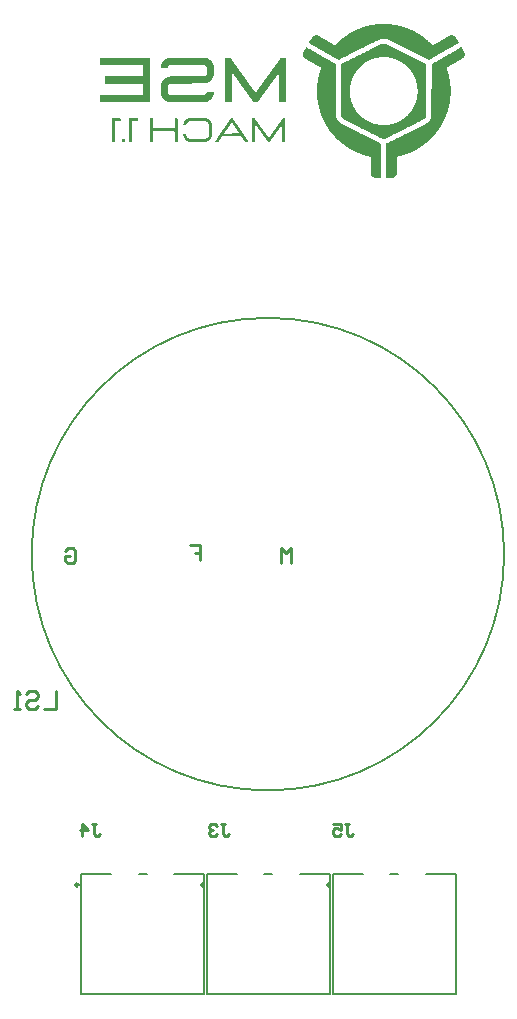
<source format=gbo>
G04*
G04 #@! TF.GenerationSoftware,Altium Limited,Altium Designer,23.0.1 (38)*
G04*
G04 Layer_Color=32896*
%FSLAX44Y44*%
%MOMM*%
G71*
G04*
G04 #@! TF.SameCoordinates,B26DCD0B-EA3B-4DC6-9C7F-F6099DF497CD*
G04*
G04*
G04 #@! TF.FilePolarity,Positive*
G04*
G01*
G75*
%ADD10C,0.2500*%
%ADD11C,0.2000*%
%ADD13C,0.1270*%
%ADD14C,0.2540*%
G36*
X164454Y790394D02*
X164545Y790303D01*
X164581Y753076D01*
X164617Y752823D01*
X164545Y752569D01*
X164454Y752514D01*
X164055Y752478D01*
X163946Y752514D01*
X163874Y752478D01*
X123113Y752496D01*
X122805Y752478D01*
X122551Y752514D01*
X122479Y752623D01*
X122443Y752768D01*
X122461Y758260D01*
X122497Y758369D01*
X122533Y758441D01*
X122714Y758514D01*
X158183Y758495D01*
X158437Y758532D01*
X158564Y758695D01*
X158600Y768047D01*
X158527Y768337D01*
X158473Y768391D01*
X127336Y768427D01*
X126973Y768464D01*
X126828Y768500D01*
X126738Y768590D01*
X126702Y774173D01*
X126738Y774318D01*
X126865Y774408D01*
X158219Y774445D01*
X158473Y774481D01*
X158564Y774571D01*
X158600Y783960D01*
X158527Y784250D01*
X158437Y784340D01*
X122732Y784377D01*
X122587Y784413D01*
X122497Y784503D01*
X122461Y790158D01*
X122497Y790303D01*
X122551Y790357D01*
X122678Y790412D01*
X147997Y790394D01*
X164055D01*
X164200Y790430D01*
X164454Y790394D01*
D02*
G37*
G36*
X210724Y790376D02*
X211051Y790339D01*
X211268Y790303D01*
X211449Y790267D01*
X212029Y790122D01*
X212446Y790067D01*
X212591Y790031D01*
X212972Y789868D01*
X213316Y789741D01*
X213606Y789669D01*
X213860Y789487D01*
X214150Y789379D01*
X214331Y789306D01*
X214440Y789197D01*
X214639Y789071D01*
X214875Y788980D01*
X215056Y788799D01*
X215310Y788654D01*
X215527Y788436D01*
X215600Y788400D01*
X215672Y788327D01*
X215745Y788291D01*
X216035Y788001D01*
X216107Y787965D01*
X216451Y787621D01*
X216488Y787548D01*
X216778Y787258D01*
X216814Y787186D01*
X216923Y787077D01*
X217176Y786751D01*
X217213Y786678D01*
X217321Y786606D01*
X217503Y786280D01*
X217575Y786207D01*
X217612Y786134D01*
X217684Y786062D01*
X217793Y785881D01*
X217901Y785627D01*
X217938Y785555D01*
X218065Y785428D01*
X218137Y785246D01*
X218191Y785047D01*
X218300Y784793D01*
X218391Y784703D01*
X218463Y784521D01*
X218536Y784159D01*
X218590Y783960D01*
X218681Y783760D01*
X218735Y783561D01*
X218808Y783380D01*
X218844Y782908D01*
X218880Y782800D01*
X218916Y782002D01*
X218953Y781893D01*
X218934Y776909D01*
X218898Y776402D01*
X218844Y775768D01*
X218808Y775514D01*
X218771Y775369D01*
X218681Y775061D01*
X218536Y774662D01*
X218481Y774354D01*
X218373Y774100D01*
X218336Y774028D01*
X218282Y773973D01*
X218119Y773520D01*
X218046Y773339D01*
X217974Y773267D01*
X217720Y772795D01*
X217684Y772723D01*
X217630Y772705D01*
X217575Y772614D01*
X217394Y772288D01*
X217213Y772107D01*
X217068Y771853D01*
X216778Y771563D01*
X216742Y771490D01*
X216415Y771164D01*
X216379Y771092D01*
X216288Y771001D01*
X216216Y770965D01*
X215890Y770639D01*
X215817Y770602D01*
X215618Y770403D01*
X215273Y770167D01*
X215201Y770131D01*
X215056Y769986D01*
X214802Y769841D01*
X214730Y769805D01*
X214621Y769696D01*
X214367Y769551D01*
X214186Y769479D01*
X213932Y769297D01*
X213425Y769116D01*
X213117Y768953D01*
X212881Y768862D01*
X212627Y768826D01*
X211993Y768627D01*
X211794Y768572D01*
X211685Y768536D01*
X210960Y768500D01*
X210851Y768464D01*
X189211Y768427D01*
X182759D01*
X182397Y768391D01*
X182089Y768300D01*
X181744Y768174D01*
X181599Y768137D01*
X181418Y768065D01*
X181309Y767956D01*
X181055Y767811D01*
X180602Y767358D01*
X180566Y767286D01*
X180494Y767213D01*
X180457Y767141D01*
X180385Y767104D01*
X180258Y766905D01*
X180167Y766669D01*
X179986Y766271D01*
X179914Y766089D01*
X179877Y761522D01*
X179914Y760942D01*
X179950Y760797D01*
X180113Y760417D01*
X180204Y760181D01*
X180312Y759927D01*
X180494Y759746D01*
X180602Y759565D01*
X180693Y759474D01*
X180765Y759438D01*
X181019Y759184D01*
X181273Y759039D01*
X181382Y758930D01*
X181581Y758804D01*
X181780Y758749D01*
X182034Y758677D01*
X182215Y758604D01*
X182360Y758568D01*
X182469Y758532D01*
X209872Y758495D01*
X210362Y758550D01*
X210543Y758586D01*
X210888Y758713D01*
X211178Y758785D01*
X211359Y758858D01*
X211467Y758967D01*
X211794Y759148D01*
X211848Y759202D01*
X211884Y759275D01*
X212011Y759402D01*
X212084Y759438D01*
X212247Y759637D01*
X212283Y759710D01*
X212464Y759891D01*
X212573Y760072D01*
X212863Y760688D01*
X212899Y761051D01*
X212936Y761305D01*
X212972Y761450D01*
X213026Y761504D01*
X218681Y761540D01*
X218826Y761504D01*
X218934Y761395D01*
X218916Y760544D01*
X218880Y760398D01*
X218844Y759927D01*
X218808Y759565D01*
X218735Y759311D01*
X218699Y759166D01*
X218608Y758967D01*
X218572Y758822D01*
X218481Y758441D01*
X218191Y757825D01*
X218155Y757680D01*
X218046Y757426D01*
X218010Y757354D01*
X217920Y757263D01*
X217738Y756864D01*
X217575Y756665D01*
X217430Y756411D01*
X217249Y756230D01*
X217104Y755976D01*
X217031Y755904D01*
X216995Y755831D01*
X216778Y755614D01*
X216742Y755541D01*
X216379Y755179D01*
X216343Y755106D01*
X216252Y755016D01*
X216180Y754979D01*
X215980Y754780D01*
X215781Y754617D01*
X215708Y754581D01*
X215491Y754363D01*
X215165Y754182D01*
X214984Y754001D01*
X214657Y753820D01*
X214585Y753783D01*
X214422Y753620D01*
X214077Y753493D01*
X213896Y753384D01*
X213570Y753203D01*
X213280Y753131D01*
X212899Y752931D01*
X212519Y752841D01*
X212265Y752804D01*
X212120Y752768D01*
X211703Y752641D01*
X211558Y752605D01*
X211141Y752551D01*
X211033Y752514D01*
X183629Y752478D01*
X182179Y752514D01*
X181599Y752551D01*
X181454Y752587D01*
X181200Y752623D01*
X180784Y752750D01*
X180367Y752841D01*
X180113Y752877D01*
X179787Y753022D01*
X179515Y753149D01*
X179279Y753203D01*
X179025Y753312D01*
X178772Y753493D01*
X178627Y753530D01*
X178446Y753602D01*
X178337Y753711D01*
X177866Y753964D01*
X177793Y754037D01*
X177467Y754291D01*
X177394Y754327D01*
X177213Y754508D01*
X177141Y754544D01*
X177068Y754617D01*
X176996Y754653D01*
X176742Y754907D01*
X176669Y754943D01*
X176434Y755179D01*
X176398Y755251D01*
X176071Y755577D01*
X176035Y755650D01*
X175926Y755759D01*
X175673Y756085D01*
X175636Y756158D01*
X175455Y756339D01*
X175274Y756665D01*
X175165Y756774D01*
X174984Y757100D01*
X174911Y757281D01*
X174839Y757354D01*
X174803Y757426D01*
X174748Y757480D01*
X174621Y757825D01*
X174531Y758061D01*
X174386Y758278D01*
X174295Y758659D01*
X174241Y758858D01*
X174205Y759003D01*
X174023Y759510D01*
X173987Y759692D01*
X173933Y760435D01*
X173897Y760544D01*
X173860Y765038D01*
X173897Y766162D01*
X173933Y766524D01*
X173969Y766996D01*
X174005Y767358D01*
X174132Y767775D01*
X174241Y768065D01*
X174277Y768210D01*
X174313Y768391D01*
X174368Y768627D01*
X174531Y768899D01*
X174730Y769461D01*
X174785Y769515D01*
X174966Y769805D01*
X175056Y770040D01*
X175201Y770185D01*
X175383Y770512D01*
X175564Y770693D01*
X175709Y770947D01*
X175781Y771019D01*
X175818Y771092D01*
X176035Y771309D01*
X176071Y771382D01*
X176434Y771744D01*
X176470Y771817D01*
X176524Y771871D01*
X176597Y771907D01*
X176887Y772197D01*
X176959Y772233D01*
X177032Y772306D01*
X177104Y772342D01*
X177267Y772505D01*
X177612Y772741D01*
X177684Y772777D01*
X177739Y772831D01*
X177775Y772904D01*
X178156Y773103D01*
X178228Y773176D01*
X178301Y773212D01*
X178391Y773303D01*
X178572Y773375D01*
X178808Y773466D01*
X178862Y773520D01*
X179152Y773701D01*
X179297Y773738D01*
X179533Y773792D01*
X179805Y773955D01*
X179986Y774028D01*
X180167Y774064D01*
X180476Y774118D01*
X180620Y774155D01*
X180820Y774209D01*
X181055Y774299D01*
X181164Y774336D01*
X181527Y774372D01*
X181635Y774408D01*
X209872Y774445D01*
X210452Y774481D01*
X210742Y774553D01*
X210942Y774644D01*
X211286Y774771D01*
X211467Y774843D01*
X211558Y774934D01*
X211757Y775097D01*
X211830Y775133D01*
X212120Y775423D01*
X212283Y775623D01*
X212374Y775750D01*
X212446Y775786D01*
X212791Y776456D01*
X212863Y776637D01*
X212899Y776746D01*
X212936Y781531D01*
X212899Y782002D01*
X212827Y782256D01*
X212700Y782492D01*
X212609Y782727D01*
X212500Y782981D01*
X212301Y783180D01*
X212156Y783398D01*
X212084Y783434D01*
X212011Y783506D01*
X211939Y783543D01*
X211921Y783597D01*
X211830Y783688D01*
X211431Y783905D01*
X211377Y783960D01*
X211087Y784141D01*
X210543Y784250D01*
X210235Y784304D01*
X210126Y784340D01*
X182668Y784322D01*
X182451Y784286D01*
X182270Y784250D01*
X181672Y784123D01*
X181454Y783978D01*
X181055Y783760D01*
X181001Y783706D01*
X180965Y783633D01*
X180874Y783543D01*
X180802Y783506D01*
X180639Y783343D01*
X180530Y783162D01*
X180294Y782927D01*
X180204Y782691D01*
X179950Y782147D01*
X179914Y781857D01*
X179877Y781495D01*
X179787Y781404D01*
X174132Y781368D01*
X173969Y781422D01*
X173878Y781549D01*
X173897Y782220D01*
X173933Y782474D01*
X173969Y782945D01*
X174005Y783307D01*
X174132Y783724D01*
X174241Y784014D01*
X174277Y784159D01*
X174331Y784431D01*
X174476Y784757D01*
X174621Y785011D01*
X174694Y785301D01*
X174839Y785518D01*
X175093Y785990D01*
X175129Y786062D01*
X175201Y786134D01*
X175383Y786461D01*
X175509Y786588D01*
X175673Y786787D01*
X175709Y786860D01*
X175926Y787077D01*
X175963Y787149D01*
X176035Y787222D01*
X176071Y787294D01*
X176742Y787965D01*
X176814Y788001D01*
X177014Y788201D01*
X177213Y788364D01*
X177286Y788400D01*
X177431Y788545D01*
X177684Y788726D01*
X177757Y788763D01*
X177902Y788907D01*
X178156Y789052D01*
X178337Y789125D01*
X178446Y789234D01*
X178572Y789324D01*
X178917Y789451D01*
X179170Y789632D01*
X179461Y789741D01*
X179750Y789814D01*
X179950Y789904D01*
X180167Y790013D01*
X180312Y790049D01*
X180784Y790122D01*
X180965Y790158D01*
X181255Y790230D01*
X181490Y790285D01*
X181599Y790321D01*
X182034Y790357D01*
X182143Y790394D01*
X210724Y790376D01*
D02*
G37*
G36*
X139733Y739248D02*
X139823Y739157D01*
X139860Y737381D01*
X139896Y737236D01*
X139860Y736982D01*
X139823Y736837D01*
X139769Y736783D01*
X136434Y736747D01*
X135637D01*
X135456Y736674D01*
X135383Y736493D01*
X135347Y719203D01*
X135220Y719112D01*
X135075Y719076D01*
X133389Y719094D01*
X133244Y719058D01*
X132954Y719130D01*
X132864Y719293D01*
X132882Y719602D01*
X132864Y737925D01*
X132900Y738287D01*
X132864Y738396D01*
X132900Y738650D01*
X132864Y738758D01*
X132900Y739121D01*
X132991Y739212D01*
X133118Y739266D01*
X139334Y739248D01*
X139479Y739284D01*
X139733Y739248D01*
D02*
G37*
G36*
X143539Y721740D02*
X143630Y721613D01*
X143666Y719330D01*
X143630Y719185D01*
X143575Y719130D01*
X141400Y719094D01*
X141255Y719130D01*
X141165Y719221D01*
X141128Y721359D01*
X141201Y721649D01*
X141328Y721776D01*
X141618Y721813D01*
X141654D01*
X141817Y721794D01*
X143285Y721813D01*
X143539Y721740D01*
D02*
G37*
G36*
X211576Y739248D02*
X212084Y739175D01*
X212283Y739121D01*
X212573Y739012D01*
X212990Y738922D01*
X213135Y738885D01*
X213389Y738777D01*
X213588Y738650D01*
X213824Y738559D01*
X214005Y738487D01*
X214114Y738378D01*
X214512Y738160D01*
X214694Y737979D01*
X214875Y737870D01*
X215201Y737544D01*
X215273Y737508D01*
X215328Y737454D01*
X215364Y737381D01*
X215690Y737055D01*
X215727Y736982D01*
X215944Y736765D01*
X216125Y736439D01*
X216180Y736384D01*
X216343Y736185D01*
X216379Y736112D01*
X216524Y735750D01*
X216597Y735677D01*
X216723Y735478D01*
X216778Y735242D01*
X216814Y735097D01*
X216959Y734771D01*
X216995Y734626D01*
X217068Y734445D01*
X217104Y733938D01*
X217140Y733829D01*
X217176Y725709D01*
X217140Y725021D01*
X217104Y724223D01*
X217068Y723969D01*
X216995Y723679D01*
X216905Y723480D01*
X216832Y723299D01*
X216742Y722918D01*
X216669Y722737D01*
X216597Y722664D01*
X216506Y722538D01*
X216415Y722302D01*
X216343Y722121D01*
X216198Y721976D01*
X216017Y721649D01*
X215763Y721396D01*
X215727Y721323D01*
X215437Y721033D01*
X215346Y720906D01*
X215273Y720870D01*
X215038Y720635D01*
X214839Y720471D01*
X214766Y720435D01*
X214548Y720218D01*
X214222Y720036D01*
X214150Y720000D01*
X214077Y719928D01*
X213824Y719783D01*
X213497Y719638D01*
X213370Y719547D01*
X213189Y719475D01*
X212954Y719420D01*
X212809Y719384D01*
X212500Y719293D01*
X212319Y719221D01*
X212120Y719166D01*
X212011Y719130D01*
X198926Y719094D01*
X198346Y719130D01*
X198092Y719166D01*
X197838Y719239D01*
X197603Y719330D01*
X197313Y719402D01*
X197077Y719456D01*
X196823Y719529D01*
X196751Y719602D01*
X196678Y719638D01*
X196624Y719692D01*
X196388Y719783D01*
X196135Y719891D01*
X195990Y720036D01*
X195663Y720218D01*
X195591Y720254D01*
X195573Y720308D01*
X195518Y720363D01*
X195337Y720471D01*
X195011Y720798D01*
X194938Y720834D01*
X194848Y720925D01*
X194811Y720997D01*
X194522Y721287D01*
X194485Y721359D01*
X194231Y721613D01*
X194087Y721867D01*
X194050Y721939D01*
X193942Y722048D01*
X193815Y722248D01*
X193760Y722447D01*
X193615Y722664D01*
X193489Y722864D01*
X193452Y723009D01*
X193398Y723244D01*
X193271Y723552D01*
X193199Y723734D01*
X193126Y724024D01*
X193072Y724731D01*
X193035Y724984D01*
X193072Y725238D01*
X193162Y725329D01*
X195301Y725365D01*
X195446Y725329D01*
X195536Y725202D01*
X195573Y724731D01*
X195609Y724477D01*
X195772Y724096D01*
X195863Y723861D01*
X195899Y723716D01*
X195971Y723534D01*
X196080Y723426D01*
X196261Y723099D01*
X196515Y722846D01*
X196551Y722773D01*
X196714Y722610D01*
X196787Y722574D01*
X197005Y722356D01*
X197403Y722139D01*
X197458Y722084D01*
X197748Y721903D01*
X197983Y721849D01*
X198128Y721813D01*
X198454Y721668D01*
X198781Y721631D01*
X198889Y721595D01*
X210344Y721559D01*
X211033Y721595D01*
X211504Y721631D01*
X211794Y721704D01*
X212047Y721813D01*
X212337Y721885D01*
X212591Y721958D01*
X212700Y722066D01*
X213099Y722284D01*
X213171Y722320D01*
X213225Y722411D01*
X213425Y722574D01*
X213497Y722610D01*
X213552Y722664D01*
X213588Y722737D01*
X213660Y722809D01*
X213697Y722882D01*
X213751Y722900D01*
X213878Y723027D01*
X213914Y723099D01*
X214077Y723371D01*
X214240Y723571D01*
X214422Y724078D01*
X214548Y724314D01*
X214603Y724513D01*
X214639Y724622D01*
X214675Y733031D01*
X214639Y733503D01*
X214603Y733865D01*
X214422Y734264D01*
X214349Y734445D01*
X214313Y734590D01*
X214240Y734771D01*
X214204Y734844D01*
X214095Y734952D01*
X213914Y735279D01*
X213624Y735569D01*
X213588Y735641D01*
X213534Y735695D01*
X213352Y735804D01*
X213135Y736022D01*
X212736Y736239D01*
X212664Y736275D01*
X212591Y736348D01*
X212464Y736439D01*
X212229Y736493D01*
X212084Y736529D01*
X211830Y736602D01*
X211649Y736674D01*
X211395Y736711D01*
X211286Y736747D01*
X199868Y736783D01*
X199071Y736747D01*
X198563Y736674D01*
X198328Y736584D01*
X197947Y736493D01*
X197802Y736457D01*
X197621Y736384D01*
X197548Y736312D01*
X197077Y736058D01*
X196823Y735804D01*
X196751Y735768D01*
X196624Y735641D01*
X196588Y735569D01*
X196443Y735424D01*
X196425Y735406D01*
X196388Y735369D01*
X196153Y735025D01*
X196116Y734952D01*
X196044Y734880D01*
X195953Y734753D01*
X195863Y734518D01*
X195826Y734372D01*
X195609Y733901D01*
X195573Y733321D01*
X195500Y733067D01*
X195355Y732995D01*
X193960Y733013D01*
X193380Y732977D01*
X193126Y733049D01*
X193035Y733213D01*
X193053Y733484D01*
X193090Y733883D01*
X193126Y734318D01*
X193180Y734554D01*
X193380Y735043D01*
X193416Y735188D01*
X193470Y735424D01*
X193543Y735605D01*
X193615Y735677D01*
X193760Y735931D01*
X193869Y736185D01*
X193905Y736257D01*
X194014Y736366D01*
X194195Y736692D01*
X194449Y736946D01*
X194485Y737019D01*
X194775Y737309D01*
X194811Y737381D01*
X194938Y737508D01*
X195011Y737544D01*
X195210Y737744D01*
X195410Y737907D01*
X195482Y737943D01*
X195663Y738124D01*
X195845Y738233D01*
X196026Y738305D01*
X196080Y738360D01*
X196280Y738523D01*
X196461Y738595D01*
X196696Y738686D01*
X196986Y738867D01*
X197131Y738904D01*
X197367Y738958D01*
X197512Y738994D01*
X197711Y739048D01*
X197856Y739085D01*
X198038Y739157D01*
X198382Y739212D01*
X198491Y739248D01*
X209691Y739284D01*
X211576Y739248D01*
D02*
G37*
G36*
X166846D02*
X166991Y739212D01*
X167082Y739121D01*
X167118Y731255D01*
X167082Y730893D01*
X167154Y730603D01*
X167245Y730512D01*
X167372Y730458D01*
X185097Y730421D01*
X185296Y730440D01*
X185478Y730512D01*
X185586Y730693D01*
X185623Y730875D01*
X185605Y738976D01*
X185641Y739121D01*
X185768Y739212D01*
X187761Y739248D01*
X188015Y739212D01*
X188106Y739121D01*
X188142Y737526D01*
Y737490D01*
Y719620D01*
X188178Y719475D01*
X188142Y719221D01*
X188015Y719130D01*
X185985Y719094D01*
X185731Y719130D01*
X185586Y719312D01*
X185605Y727304D01*
X185641Y727413D01*
X185605Y727667D01*
X185387Y727848D01*
X185079Y727902D01*
X184970Y727866D01*
X167734Y727884D01*
X167390Y727866D01*
X167209Y727794D01*
X167118Y727667D01*
X167082Y727413D01*
X167118Y727304D01*
X167100Y719746D01*
X167118Y719257D01*
X166991Y719130D01*
X164816Y719094D01*
X164671Y719130D01*
X164617Y719185D01*
X164581Y738867D01*
X164617Y739121D01*
X164708Y739212D01*
X166520Y739248D01*
X166629Y739284D01*
X166846Y739248D01*
D02*
G37*
G36*
X154196Y739212D02*
X154286Y739121D01*
X154341Y738994D01*
X154323Y737562D01*
X154359Y737200D01*
X154323Y736946D01*
X154123Y736783D01*
X150136Y736747D01*
X149991Y736711D01*
X149882Y736529D01*
X149846Y719819D01*
X149864Y719257D01*
X149701Y719130D01*
X147562Y719094D01*
X147381Y719166D01*
X147309Y719239D01*
X147272Y719384D01*
X147290Y736402D01*
Y736439D01*
Y738940D01*
X147327Y739085D01*
X147454Y739212D01*
X153942Y739248D01*
X154196Y739212D01*
D02*
G37*
G36*
X365594Y818957D02*
X365847Y818848D01*
X366971Y818812D01*
X367080Y818848D01*
X367297Y818812D01*
X367460Y818758D01*
X367750Y818649D01*
X367932Y818613D01*
X368856Y818631D01*
X369110Y818595D01*
X369309Y818540D01*
X369490Y818504D01*
X369980Y818522D01*
X370360Y818359D01*
X371303Y818323D01*
X371720Y818268D01*
X371828Y818232D01*
X371937Y818268D01*
X372191Y818232D01*
X372372Y818159D01*
X372843Y818123D01*
X373061Y817978D01*
X373387Y817942D01*
X373641Y817906D01*
X373786Y817870D01*
X374039Y817761D01*
X374293Y817725D01*
X374402Y817761D01*
X374583Y817725D01*
X374782Y817634D01*
X374982Y817580D01*
X375598Y817507D01*
X375906Y817380D01*
X376323Y817326D01*
X376504Y817253D01*
X376830Y817217D01*
X376975Y817181D01*
X377229Y817072D01*
X377555Y816891D01*
X378063Y816855D01*
X378371Y816764D01*
X378733Y816619D01*
X378878Y816583D01*
X379060Y816546D01*
X379513Y816492D01*
X379767Y816383D01*
X379839Y816347D01*
X379893Y816293D01*
X380075Y816220D01*
X380220Y816184D01*
X380528Y816130D01*
X380800Y815966D01*
X381035Y815876D01*
X381180Y815840D01*
X381434Y815803D01*
X381688Y815695D01*
X381887Y815568D01*
X382195Y815513D01*
X382340Y815477D01*
X382594Y815368D01*
X382666Y815332D01*
X382757Y815242D01*
X382938Y815169D01*
X383174Y815115D01*
X383482Y815024D01*
X383844Y814879D01*
X384261Y814789D01*
X384442Y814716D01*
X384551Y814607D01*
X384878Y814426D01*
X385331Y814190D01*
X385711Y814100D01*
X385965Y814027D01*
X386219Y813846D01*
X386400Y813773D01*
X386690Y813701D01*
X386853Y813610D01*
X386889Y813538D01*
X387071Y813429D01*
X387215Y813393D01*
X387415Y813339D01*
X387687Y813175D01*
X388031Y813049D01*
X388212Y812976D01*
X388357Y812831D01*
X388557Y812704D01*
X388756Y812650D01*
X389028Y812487D01*
X389318Y812378D01*
X389553Y812324D01*
X389644Y812233D01*
X389735Y812106D01*
X389988Y811961D01*
X390206Y811816D01*
X390387Y811707D01*
X390750Y811562D01*
X390822Y811490D01*
X390949Y811399D01*
X391185Y811309D01*
X391366Y811236D01*
X391583Y811019D01*
X392236Y810656D01*
X392381Y810620D01*
X392508Y810493D01*
X392961Y810185D01*
X393033Y810149D01*
X393142Y810040D01*
X393686Y809750D01*
X394084Y809532D01*
X394302Y809315D01*
X394628Y809134D01*
X394701Y809098D01*
X394773Y809025D01*
X394954Y808916D01*
X395136Y808844D01*
X395262Y808717D01*
X395462Y808554D01*
X395534Y808518D01*
X395788Y808264D01*
X396042Y808119D01*
X396114Y808083D01*
X396259Y807938D01*
X396513Y807793D01*
X396803Y807503D01*
X397129Y807321D01*
X397202Y807285D01*
X397274Y807213D01*
X397347Y807176D01*
X397419Y807104D01*
X397492Y807068D01*
X397782Y806778D01*
X397854Y806741D01*
X398017Y806615D01*
X398217Y806451D01*
X398289Y806415D01*
X398398Y806307D01*
X398724Y806053D01*
X398869Y805835D01*
X399195Y805654D01*
X399268Y805618D01*
X399449Y805436D01*
X399522Y805400D01*
X399594Y805328D01*
X399667Y805292D01*
X399685Y805237D01*
X399957Y804965D01*
X400029Y804929D01*
X400102Y804857D01*
X400355Y804712D01*
X400518Y804548D01*
X400555Y804476D01*
X401334Y803697D01*
X401407Y803660D01*
X401497Y803570D01*
X401533Y803497D01*
X401733Y803298D01*
X401805Y803262D01*
X402059Y803080D01*
X402132Y803044D01*
X402548Y802627D01*
X402585Y802555D01*
X402784Y802355D01*
X402856Y802319D01*
X403273Y801902D01*
X403310Y801830D01*
X403455Y801685D01*
X403636Y801431D01*
X403672Y801359D01*
X403726Y801304D01*
X403799Y801268D01*
X403962Y801105D01*
X403998Y801032D01*
X404125Y800906D01*
X404343Y800869D01*
X404524Y800942D01*
X404596Y800978D01*
X404778Y801159D01*
X405430Y801522D01*
X405684Y801630D01*
X405756Y801667D01*
X405865Y801776D01*
X406264Y801993D01*
X406445Y802102D01*
X406699Y802247D01*
X406952Y802355D01*
X407025Y802428D01*
X407496Y802682D01*
X407641Y802827D01*
X408692Y803370D01*
X408765Y803407D01*
X408837Y803515D01*
X409091Y803660D01*
X409345Y803769D01*
X409599Y803950D01*
X409743Y803987D01*
X410015Y804150D01*
X410305Y804331D01*
X410505Y804385D01*
X410722Y804603D01*
X410976Y804748D01*
X411121Y804784D01*
X411338Y804929D01*
X411592Y805074D01*
X411665Y805110D01*
X411719Y805165D01*
X411918Y805328D01*
X411991Y805364D01*
X412353Y805509D01*
X412426Y805582D01*
X412498Y805618D01*
X412553Y805672D01*
X412952Y805817D01*
X413151Y805980D01*
X413477Y806161D01*
X413550Y806198D01*
X413658Y806307D01*
X413785Y806397D01*
X414184Y806542D01*
X414401Y806687D01*
X414637Y806778D01*
X414945Y807086D01*
X415289Y807213D01*
X415543Y807394D01*
X415616Y807430D01*
X415978Y807575D01*
X416051Y807611D01*
X416159Y807720D01*
X416413Y807865D01*
X416486Y807901D01*
X416667Y808083D01*
X416957Y808191D01*
X417102Y808228D01*
X417356Y808409D01*
X417682Y808590D01*
X417754Y808626D01*
X417918Y808789D01*
X418262Y808916D01*
X418443Y808989D01*
X418697Y809170D01*
X419132Y809206D01*
X419240Y809243D01*
X421198Y809279D01*
X421669Y809134D01*
X422467Y808771D01*
X422539Y808735D01*
X422811Y808463D01*
X423010Y808300D01*
X423318Y808137D01*
X423536Y807738D01*
X423663Y807611D01*
X423898Y807267D01*
X423935Y807195D01*
X423989Y807140D01*
X424170Y806850D01*
X424225Y806651D01*
X424279Y806597D01*
X424442Y806397D01*
X424623Y806071D01*
X424660Y805998D01*
X424732Y805926D01*
X425022Y805382D01*
X425167Y805128D01*
X425239Y804875D01*
X425330Y804784D01*
X425457Y804693D01*
X425602Y804440D01*
X425856Y803896D01*
X425928Y803715D01*
X426091Y803552D01*
X426255Y803352D01*
X426291Y803171D01*
X426255Y803026D01*
X426091Y802899D01*
X426019Y802863D01*
X425874Y802718D01*
X425620Y802537D01*
X425548Y802500D01*
X425384Y802374D01*
X425149Y802283D01*
X424968Y802210D01*
X424895Y802174D01*
X424786Y802066D01*
X424587Y801939D01*
X424351Y801848D01*
X424134Y801703D01*
X423808Y801522D01*
X423409Y801268D01*
X423264Y801232D01*
X423010Y801123D01*
X422793Y800906D01*
X422467Y800724D01*
X422394Y800688D01*
X422340Y800634D01*
X422050Y800525D01*
X421850Y800471D01*
X421633Y800253D01*
X421307Y800072D01*
X420690Y799746D01*
X420618Y799709D01*
X420491Y799583D01*
X420255Y799492D01*
X420074Y799419D01*
X420002Y799383D01*
X419893Y799274D01*
X419712Y799166D01*
X419458Y798984D01*
X419385Y798948D01*
X419331Y798894D01*
X419150Y798821D01*
X418914Y798767D01*
X418733Y798694D01*
X418679Y798640D01*
X418642Y798568D01*
X418552Y798477D01*
X418153Y798259D01*
X417899Y798114D01*
X417754Y798078D01*
X417501Y797897D01*
X417247Y797752D01*
X417011Y797661D01*
X416812Y797498D01*
X416558Y797353D01*
X416159Y797100D01*
X416014Y797063D01*
X415761Y796954D01*
X415688Y796882D01*
X415616Y796846D01*
X415543Y796773D01*
X415289Y796628D01*
X415000Y796447D01*
X414710Y796338D01*
X414528Y796266D01*
X414438Y796175D01*
X414401Y796103D01*
X414166Y795976D01*
X413984Y795903D01*
X413912Y795831D01*
X413586Y795650D01*
X413405Y795577D01*
X413332Y795505D01*
X413006Y795323D01*
X412752Y795251D01*
X412553Y795051D01*
X412263Y794870D01*
X412045Y794725D01*
X411701Y794598D01*
X411520Y794526D01*
X411375Y794381D01*
X410976Y794163D01*
X410904Y794127D01*
X410777Y794000D01*
X410541Y793910D01*
X410360Y793837D01*
X410287Y793801D01*
X410142Y793656D01*
X410070Y793620D01*
X409707Y793475D01*
X409599Y793366D01*
X409200Y793148D01*
X409091Y793040D01*
X409019Y793003D01*
X408964Y792949D01*
X408765Y792895D01*
X408439Y792750D01*
X408112Y792496D01*
X407605Y792206D01*
X407424Y792133D01*
X407242Y792025D01*
X406989Y791844D01*
X406844Y791807D01*
X406372Y791481D01*
X406227Y791445D01*
X406010Y791300D01*
X405883Y791209D01*
X405430Y791046D01*
X405249Y790865D01*
X405176Y790829D01*
X404886Y790647D01*
X404560Y790466D01*
X404234Y790321D01*
X404161Y790285D01*
X404089Y790212D01*
X403618Y789959D01*
X403509Y789850D01*
X403038Y789596D01*
X402838Y789469D01*
X402657Y789397D01*
X402458Y789342D01*
X402240Y789125D01*
X402113Y789034D01*
X401878Y788944D01*
X401624Y788763D01*
X401479Y788726D01*
X401298Y788654D01*
X401008Y788473D01*
X400790Y788545D01*
X400736Y788599D01*
X400392Y788726D01*
X400011Y788926D01*
X399775Y789016D01*
X399522Y789125D01*
X399377Y789270D01*
X399250Y789361D01*
X399050Y789415D01*
X398724Y789560D01*
X398670Y789614D01*
X398434Y789705D01*
X398253Y789777D01*
X398072Y789886D01*
X397383Y790249D01*
X397129Y790394D01*
X396948Y790466D01*
X396803Y790502D01*
X396586Y790647D01*
X396513Y790684D01*
X396259Y790792D01*
X396114Y790829D01*
X396006Y790937D01*
X395879Y791028D01*
X395661Y791137D01*
X395462Y791191D01*
X395190Y791354D01*
X394846Y791481D01*
X394664Y791554D01*
X394556Y791662D01*
X394302Y791807D01*
X393776Y792079D01*
X393305Y792260D01*
X393015Y792442D01*
X392780Y792532D01*
X392598Y792605D01*
X392490Y792713D01*
X392290Y792840D01*
X392091Y792895D01*
X391910Y792967D01*
X391601Y793130D01*
X391257Y793257D01*
X391112Y793402D01*
X391040Y793438D01*
X390985Y793493D01*
X390695Y793602D01*
X390514Y793674D01*
X390297Y793819D01*
X389825Y794000D01*
X389626Y794163D01*
X389336Y794272D01*
X389155Y794345D01*
X389082Y794417D01*
X388756Y794598D01*
X388502Y794671D01*
X388230Y794834D01*
X387995Y794925D01*
X387741Y795033D01*
X387542Y795233D01*
X387089Y795396D01*
X386817Y795559D01*
X386581Y795650D01*
X386400Y795722D01*
X386146Y795903D01*
X386074Y795940D01*
X385675Y796121D01*
X385602Y796157D01*
X385512Y796248D01*
X385059Y796411D01*
X384787Y796574D01*
X384551Y796665D01*
X384297Y796773D01*
X384189Y796882D01*
X384062Y796973D01*
X383826Y797063D01*
X383210Y797353D01*
X383065Y797390D01*
X382884Y797462D01*
X382775Y797571D01*
X382449Y797752D01*
X382268Y797824D01*
X382050Y797969D01*
X381869Y798042D01*
X381398Y798259D01*
X381216Y798368D01*
X381035Y798441D01*
X380836Y798531D01*
X380636Y798694D01*
X380238Y798839D01*
X379857Y799039D01*
X379622Y799129D01*
X379440Y799202D01*
X379368Y799238D01*
X379259Y799347D01*
X379005Y799492D01*
X378389Y799782D01*
X377990Y799963D01*
X377592Y800181D01*
X377410Y800253D01*
X377157Y800434D01*
X376867Y800543D01*
X376250Y800833D01*
X375997Y800942D01*
X375924Y800978D01*
X375761Y801141D01*
X375526Y801232D01*
X375344Y801304D01*
X375036Y801467D01*
X374800Y801558D01*
X374547Y801667D01*
X374293Y801848D01*
X374112Y801920D01*
X373876Y802047D01*
X373659Y802192D01*
X373459Y802247D01*
X373061Y802428D01*
X372861Y802555D01*
X372662Y802609D01*
X372281Y802881D01*
X372046Y802972D01*
X371865Y803044D01*
X371556Y803207D01*
X371212Y803334D01*
X370849Y803588D01*
X370777Y803624D01*
X370469Y803751D01*
X370251Y803896D01*
X370016Y803987D01*
X369871Y804023D01*
X369617Y804132D01*
X369545Y804204D01*
X369363Y804313D01*
X369110Y804422D01*
X369037Y804458D01*
X368965Y804530D01*
X368838Y804621D01*
X368602Y804712D01*
X368457Y804748D01*
X368276Y804820D01*
X368185Y804911D01*
X367895Y805020D01*
X367660Y805110D01*
X367605Y805165D01*
X367388Y805310D01*
X367152Y805400D01*
X366898Y805473D01*
X366645Y805618D01*
X366518Y805672D01*
X366282Y805726D01*
X366083Y805781D01*
X365702Y805872D01*
X365322Y806035D01*
X365177Y806071D01*
X364959Y806107D01*
X364778Y806143D01*
X364633Y806180D01*
X364452Y806216D01*
X363781Y806198D01*
X363382Y806379D01*
X362549Y806415D01*
X362186Y806379D01*
X361860Y806234D01*
X361606Y806198D01*
X361135Y806234D01*
X360990Y806198D01*
X360827Y806143D01*
X360555Y806089D01*
X360193Y806053D01*
X359921Y805890D01*
X359613Y805835D01*
X358888Y805618D01*
X358725Y805527D01*
X358543Y805455D01*
X358308Y805400D01*
X358126Y805328D01*
X357873Y805146D01*
X357691Y805074D01*
X357547Y805038D01*
X356930Y804748D01*
X356785Y804712D01*
X356532Y804603D01*
X356459Y804567D01*
X356368Y804476D01*
X355861Y804222D01*
X355644Y804077D01*
X355462Y804005D01*
X355317Y803969D01*
X355136Y803896D01*
X354774Y803679D01*
X354574Y803624D01*
X354320Y803443D01*
X354067Y803298D01*
X353596Y803080D01*
X353469Y803026D01*
X353233Y802935D01*
X353052Y802863D01*
X352943Y802754D01*
X352689Y802609D01*
X352454Y802519D01*
X352164Y802337D01*
X351928Y802247D01*
X351674Y802174D01*
X351620Y802120D01*
X351403Y801975D01*
X351058Y801848D01*
X350986Y801776D01*
X350913Y801739D01*
X350822Y801649D01*
X350587Y801558D01*
X349989Y801286D01*
X349645Y801159D01*
X349590Y801105D01*
X349391Y800942D01*
X349318Y800906D01*
X349300Y800887D01*
X349028Y800797D01*
X348811Y800652D01*
X348684Y800597D01*
X348448Y800507D01*
X348195Y800434D01*
X348086Y800326D01*
X348013Y800289D01*
X347959Y800235D01*
X347723Y800144D01*
X347542Y800072D01*
X347470Y799999D01*
X347216Y799854D01*
X347071Y799818D01*
X346817Y799709D01*
X346527Y799528D01*
X346382Y799492D01*
X346128Y799383D01*
X346020Y799274D01*
X345893Y799184D01*
X345657Y799093D01*
X345277Y798894D01*
X344823Y798731D01*
X344606Y798586D01*
X343990Y798259D01*
X343736Y798114D01*
X343591Y798078D01*
X343265Y797933D01*
X343174Y797843D01*
X342939Y797752D01*
X342685Y797643D01*
X342631Y797589D01*
X342341Y797408D01*
X342105Y797317D01*
X341797Y797154D01*
X341452Y797027D01*
X341271Y796954D01*
X341181Y796864D01*
X340891Y796683D01*
X340691Y796628D01*
X340401Y796447D01*
X340329Y796411D01*
X340148Y796338D01*
X339821Y796193D01*
X339495Y796012D01*
X339241Y795903D01*
X339169Y795867D01*
X339096Y795795D01*
X338969Y795704D01*
X338788Y795631D01*
X338589Y795577D01*
X338317Y795414D01*
X337864Y795251D01*
X337719Y795106D01*
X337393Y794925D01*
X337139Y794816D01*
X337066Y794780D01*
X337012Y794725D01*
X336559Y794562D01*
X336378Y794490D01*
X336305Y794417D01*
X336233Y794381D01*
X336178Y794326D01*
X335943Y794236D01*
X335761Y794163D01*
X335689Y794091D01*
X335562Y794000D01*
X335218Y793873D01*
X334765Y793638D01*
X334529Y793547D01*
X334348Y793475D01*
X334257Y793384D01*
X333967Y793203D01*
X333768Y793148D01*
X333550Y793003D01*
X333424Y792949D01*
X332971Y792786D01*
X332898Y792713D01*
X332499Y792496D01*
X332300Y792405D01*
X332082Y792260D01*
X331738Y792133D01*
X331539Y792043D01*
X331321Y791898D01*
X331086Y791807D01*
X330904Y791735D01*
X330796Y791626D01*
X330542Y791481D01*
X330089Y791282D01*
X329871Y791173D01*
X329672Y791119D01*
X329491Y791046D01*
X329382Y790937D01*
X329056Y790756D01*
X328874Y790684D01*
X328603Y790520D01*
X328367Y790430D01*
X328041Y790285D01*
X327642Y790067D01*
X327461Y789995D01*
X327406Y789940D01*
X327189Y789796D01*
X327008Y789723D01*
X326808Y789669D01*
X326536Y789506D01*
X326083Y789342D01*
X325993Y789252D01*
X325793Y789089D01*
X325503Y788980D01*
X325322Y788907D01*
X325068Y788763D01*
X324742Y788617D01*
X324670Y788581D01*
X324651Y788527D01*
X324561Y788473D01*
X324380Y788436D01*
X324235Y788581D01*
X323909Y788763D01*
X323691Y788907D01*
X323564Y788962D01*
X323329Y789052D01*
X323274Y789107D01*
X323184Y789234D01*
X322930Y789379D01*
X322169Y789741D01*
X321915Y789922D01*
X321589Y790104D01*
X321407Y790176D01*
X321299Y790285D01*
X320682Y790611D01*
X320628Y790666D01*
X320447Y790738D01*
X320247Y790792D01*
X319957Y791082D01*
X319885Y791119D01*
X319051Y791517D01*
X318906Y791662D01*
X318580Y791844D01*
X318399Y791916D01*
X318326Y791952D01*
X318254Y792025D01*
X317783Y792279D01*
X317710Y792315D01*
X317619Y792405D01*
X317384Y792496D01*
X317130Y792605D01*
X316894Y792840D01*
X316659Y792931D01*
X316278Y793130D01*
X316043Y793221D01*
X315825Y793438D01*
X315571Y793584D01*
X315318Y793692D01*
X314919Y793910D01*
X314738Y794018D01*
X314611Y794109D01*
X314103Y794363D01*
X313886Y794544D01*
X313234Y794870D01*
X312998Y794961D01*
X312835Y795124D01*
X312799Y795197D01*
X312672Y795287D01*
X312563Y795323D01*
X312019Y795577D01*
X311838Y795650D01*
X311747Y795740D01*
X311548Y795903D01*
X311421Y795958D01*
X311185Y796048D01*
X311022Y796139D01*
X310823Y796302D01*
X310207Y796628D01*
X309953Y796737D01*
X309881Y796773D01*
X309736Y796918D01*
X309536Y797045D01*
X309300Y797136D01*
X309029Y797299D01*
X308793Y797390D01*
X308521Y797661D01*
X308286Y797752D01*
X308104Y797824D01*
X307887Y797969D01*
X307488Y798187D01*
X307416Y798223D01*
X307325Y798314D01*
X307089Y798404D01*
X306908Y798477D01*
X306836Y798513D01*
X306691Y798658D01*
X305712Y799166D01*
X305585Y799293D01*
X305549Y799365D01*
X305494Y799383D01*
X305422Y799456D01*
X305277Y799492D01*
X305023Y799601D01*
X304552Y799854D01*
X304335Y799999D01*
X304008Y800181D01*
X303827Y800253D01*
X303718Y800362D01*
X303247Y800615D01*
X302848Y800833D01*
X302595Y800942D01*
X302414Y801123D01*
X301870Y801413D01*
X301471Y801630D01*
X301399Y801667D01*
X301254Y801812D01*
X301127Y801866D01*
X300891Y801957D01*
X300674Y802102D01*
X300130Y802392D01*
X299659Y802645D01*
X299586Y802682D01*
X299387Y802881D01*
X299260Y803080D01*
X299278Y803243D01*
X299459Y803425D01*
X299677Y803823D01*
X299749Y803896D01*
X299785Y803969D01*
X299840Y804023D01*
X299967Y804367D01*
X300039Y804548D01*
X300075Y804621D01*
X300166Y804712D01*
X300347Y805002D01*
X300510Y805201D01*
X300565Y805328D01*
X300655Y805563D01*
X300800Y805781D01*
X300891Y805908D01*
X300982Y806143D01*
X301054Y806325D01*
X301108Y806379D01*
X301181Y806415D01*
X301272Y806542D01*
X301670Y807303D01*
X301743Y807376D01*
X301779Y807448D01*
X301852Y807521D01*
X301960Y807702D01*
X302667Y808409D01*
X302993Y808590D01*
X303084Y808681D01*
X303283Y808844D01*
X303428Y808880D01*
X303827Y809061D01*
X304117Y809170D01*
X304262Y809206D01*
X304371Y809243D01*
X306220Y809279D01*
X306473Y809243D01*
X306727Y809170D01*
X306963Y809079D01*
X307307Y808953D01*
X307597Y808880D01*
X307778Y808808D01*
X307996Y808590D01*
X308177Y808481D01*
X308431Y808300D01*
X308503Y808264D01*
X308902Y808083D01*
X308974Y808010D01*
X309228Y807865D01*
X309482Y807756D01*
X309554Y807720D01*
X309699Y807575D01*
X310460Y807176D01*
X310606Y807140D01*
X310859Y806886D01*
X311040Y806778D01*
X311729Y806451D01*
X312200Y806125D01*
X312345Y806089D01*
X312418Y806016D01*
X312490Y805980D01*
X312527Y805908D01*
X312654Y805817D01*
X312889Y805726D01*
X313143Y805618D01*
X313469Y805436D01*
X313687Y805292D01*
X313759Y805255D01*
X313832Y805183D01*
X314448Y804857D01*
X314846Y804639D01*
X314919Y804603D01*
X314991Y804530D01*
X315318Y804349D01*
X315499Y804277D01*
X315571Y804240D01*
X315680Y804132D01*
X315934Y803987D01*
X316079Y803950D01*
X316333Y803769D01*
X316586Y803624D01*
X316677Y803533D01*
X316967Y803352D01*
X317166Y803298D01*
X317384Y803153D01*
X317710Y802972D01*
X317964Y802863D01*
X318073Y802754D01*
X318254Y802645D01*
X318507Y802464D01*
X318834Y802283D01*
X319196Y802174D01*
X319251Y802120D01*
X319450Y801957D01*
X319704Y801812D01*
X319776Y801776D01*
X319885Y801667D01*
X320356Y801413D01*
X320555Y801286D01*
X320700Y801250D01*
X320936Y801159D01*
X321027Y801069D01*
X321063Y800996D01*
X321117Y800942D01*
X321299Y800869D01*
X321444Y800906D01*
X321534Y800996D01*
X321571Y801069D01*
X322060Y801558D01*
X322132Y801594D01*
X322187Y801649D01*
X322223Y801721D01*
X322549Y802047D01*
X322585Y802120D01*
X322640Y802174D01*
X322712Y802210D01*
X322785Y802283D01*
X322857Y802319D01*
X322912Y802374D01*
X322948Y802446D01*
X323002Y802500D01*
X323129Y802591D01*
X323165Y802663D01*
X323274Y802772D01*
X323310Y802845D01*
X323365Y802899D01*
X323437Y802935D01*
X323800Y803298D01*
X323872Y803334D01*
X323890Y803389D01*
X323963Y803461D01*
X324053Y803588D01*
X324126Y803624D01*
X324217Y803715D01*
X324253Y803787D01*
X324325Y803860D01*
X324525Y804023D01*
X324597Y804059D01*
X324688Y804150D01*
X324887Y804313D01*
X324960Y804349D01*
X325250Y804639D01*
X325322Y804675D01*
X325902Y805255D01*
X326228Y805436D01*
X326772Y805980D01*
X327026Y806125D01*
X327098Y806161D01*
X327570Y806633D01*
X327696Y806723D01*
X327932Y806814D01*
X328095Y806977D01*
X328131Y807049D01*
X328331Y807213D01*
X328403Y807249D01*
X328476Y807321D01*
X328729Y807466D01*
X328983Y807575D01*
X329074Y807666D01*
X329110Y807738D01*
X329237Y807865D01*
X329309Y807901D01*
X329454Y808046D01*
X329781Y808228D01*
X329853Y808300D01*
X329926Y808336D01*
X329998Y808409D01*
X330071Y808445D01*
X330143Y808518D01*
X330216Y808554D01*
X330433Y808771D01*
X330759Y808953D01*
X330832Y809025D01*
X331231Y809243D01*
X331412Y809315D01*
X331521Y809424D01*
X331774Y809605D01*
X331847Y809641D01*
X331992Y809786D01*
X332391Y810004D01*
X332463Y810040D01*
X332536Y810113D01*
X332789Y810257D01*
X332952Y810348D01*
X332989Y810421D01*
X333079Y810511D01*
X333260Y810620D01*
X333405Y810656D01*
X333587Y810729D01*
X333695Y810837D01*
X333949Y810983D01*
X334130Y811055D01*
X334312Y811236D01*
X334638Y811417D01*
X334910Y811581D01*
X335109Y811635D01*
X335290Y811707D01*
X335363Y811744D01*
X335381Y811798D01*
X335508Y811925D01*
X336305Y812360D01*
X336559Y812432D01*
X336831Y812596D01*
X337066Y812686D01*
X337248Y812759D01*
X337356Y812867D01*
X337429Y812904D01*
X337520Y812994D01*
X337755Y813085D01*
X338371Y813375D01*
X338734Y813484D01*
X338843Y813592D01*
X339314Y813846D01*
X339368Y813900D01*
X339604Y813991D01*
X339749Y814027D01*
X340003Y814100D01*
X340238Y814190D01*
X340456Y814335D01*
X340691Y814426D01*
X340836Y814462D01*
X341017Y814535D01*
X341072Y814589D01*
X341362Y814770D01*
X341598Y814825D01*
X341742Y814861D01*
X342069Y815006D01*
X342304Y815097D01*
X342649Y815151D01*
X342939Y815223D01*
X343084Y815368D01*
X343210Y815459D01*
X343591Y815550D01*
X343972Y815749D01*
X344389Y815840D01*
X344642Y815876D01*
X345168Y816112D01*
X345404Y816166D01*
X345657Y816238D01*
X345984Y816456D01*
X346273Y816492D01*
X346708Y816565D01*
X346908Y816619D01*
X347143Y816710D01*
X347325Y816782D01*
X347470Y816818D01*
X347723Y816855D01*
X347868Y816891D01*
X348050Y816963D01*
X348485Y817000D01*
X348539Y817054D01*
X348756Y817199D01*
X348901Y817235D01*
X349228Y817271D01*
X349536Y817326D01*
X349717Y817398D01*
X350224Y817507D01*
X350424Y817561D01*
X350804Y817616D01*
X350949Y817652D01*
X351131Y817725D01*
X351493Y817761D01*
X351747Y817870D01*
X352291Y817906D01*
X352490Y817960D01*
X352726Y818051D01*
X352979Y818087D01*
X353124Y818123D01*
X353306Y818196D01*
X353414Y818232D01*
X354103Y818268D01*
X354212Y818305D01*
X355118Y818341D01*
X355589Y818486D01*
X355698Y818522D01*
X356024Y818486D01*
X356278Y818522D01*
X356459Y818595D01*
X357510Y818631D01*
X357619Y818595D01*
X357981Y818631D01*
X358199Y818776D01*
X359576Y818812D01*
X359866Y818885D01*
X360048Y818957D01*
X365231Y818993D01*
X365594Y818957D01*
D02*
G37*
G36*
X363817Y802102D02*
X364071Y801993D01*
X364289Y801957D01*
X364542Y801920D01*
X364687Y801884D01*
X364941Y801776D01*
X364995Y801721D01*
X365177Y801649D01*
X365467Y801540D01*
X365612Y801504D01*
X365811Y801449D01*
X366047Y801322D01*
X366282Y801232D01*
X366536Y801123D01*
X366645Y801014D01*
X366898Y800869D01*
X367225Y800724D01*
X367297Y800688D01*
X367352Y800634D01*
X367587Y800543D01*
X367732Y800507D01*
X367986Y800398D01*
X368058Y800326D01*
X368602Y800036D01*
X368801Y799909D01*
X369255Y799746D01*
X369472Y799601D01*
X369599Y799546D01*
X369943Y799419D01*
X369998Y799365D01*
X370197Y799202D01*
X370324Y799147D01*
X370614Y799039D01*
X370831Y798894D01*
X371067Y798803D01*
X371212Y798767D01*
X371393Y798694D01*
X371502Y798586D01*
X371756Y798441D01*
X371991Y798350D01*
X372281Y798169D01*
X372517Y798078D01*
X372916Y797897D01*
X373169Y797752D01*
X373423Y797643D01*
X373496Y797571D01*
X373822Y797390D01*
X374438Y797100D01*
X374583Y797063D01*
X374764Y796991D01*
X374837Y796954D01*
X374945Y796846D01*
X375018Y796809D01*
X375072Y796755D01*
X375308Y796665D01*
X375562Y796556D01*
X375816Y796411D01*
X375997Y796338D01*
X376142Y796302D01*
X376359Y796157D01*
X376613Y796012D01*
X376758Y795976D01*
X376975Y795831D01*
X377175Y795704D01*
X377410Y795613D01*
X377664Y795505D01*
X377918Y795360D01*
X378063Y795323D01*
X378244Y795251D01*
X378389Y795106D01*
X378462Y795070D01*
X378516Y795015D01*
X378915Y794870D01*
X379277Y794653D01*
X379422Y794616D01*
X379622Y794562D01*
X379839Y794417D01*
X380383Y794127D01*
X380582Y794000D01*
X380818Y793910D01*
X381506Y793584D01*
X381688Y793511D01*
X381796Y793402D01*
X381996Y793275D01*
X382340Y793148D01*
X382612Y792985D01*
X382956Y792859D01*
X383138Y792786D01*
X383210Y792750D01*
X383283Y792677D01*
X383609Y792496D01*
X383862Y792387D01*
X384062Y792260D01*
X384297Y792170D01*
X384624Y792025D01*
X384950Y791844D01*
X385204Y791735D01*
X385276Y791662D01*
X385476Y791535D01*
X385820Y791409D01*
X386092Y791245D01*
X386436Y791119D01*
X386617Y791046D01*
X386726Y790937D01*
X386926Y790810D01*
X387161Y790720D01*
X387542Y790520D01*
X387886Y790394D01*
X388140Y790249D01*
X388339Y790122D01*
X388539Y790067D01*
X388756Y789922D01*
X389082Y789741D01*
X389680Y789469D01*
X390025Y789342D01*
X390170Y789197D01*
X390242Y789161D01*
X390297Y789107D01*
X390641Y788980D01*
X391021Y788781D01*
X391257Y788690D01*
X391511Y788581D01*
X391583Y788509D01*
X391656Y788473D01*
X391710Y788418D01*
X391946Y788327D01*
X392127Y788255D01*
X392200Y788183D01*
X392272Y788146D01*
X392326Y788092D01*
X392671Y787965D01*
X392997Y787820D01*
X393051Y787766D01*
X393233Y787693D01*
X393468Y787602D01*
X393523Y787548D01*
X393722Y787385D01*
X393795Y787349D01*
X393976Y787276D01*
X394121Y787240D01*
X394501Y787041D01*
X394846Y786914D01*
X395208Y786660D01*
X395498Y786551D01*
X395679Y786443D01*
X395752Y786406D01*
X395806Y786352D01*
X396042Y786261D01*
X396803Y785899D01*
X396984Y785826D01*
X397057Y785754D01*
X397256Y785627D01*
X397601Y785500D01*
X397981Y785301D01*
X398325Y785174D01*
X398398Y785101D01*
X398470Y785065D01*
X398543Y784993D01*
X398724Y784884D01*
X398887Y784721D01*
X398923Y741767D01*
X398851Y741477D01*
X398779Y741296D01*
X398742Y740861D01*
X398597Y740535D01*
X398561Y740462D01*
X398507Y740408D01*
X398380Y740063D01*
X398307Y739882D01*
X398253Y739828D01*
X398108Y739610D01*
X398054Y739411D01*
X397927Y739284D01*
X397854Y739248D01*
X397691Y739085D01*
X397601Y738958D01*
X397528Y738922D01*
X397474Y738867D01*
X397437Y738795D01*
X397238Y738595D01*
X397165Y738559D01*
X397039Y738432D01*
X397002Y738360D01*
X396857Y738251D01*
X396658Y738197D01*
X396513Y738160D01*
X396368Y738015D01*
X396114Y737870D01*
X395969Y737834D01*
X395861Y737725D01*
X395607Y737544D01*
X395462Y737508D01*
X395281Y737435D01*
X395027Y737290D01*
X394628Y737145D01*
X394411Y737001D01*
X394084Y736819D01*
X393939Y736783D01*
X393867Y736711D01*
X393541Y736529D01*
X393359Y736457D01*
X393106Y736348D01*
X393033Y736312D01*
X392979Y736257D01*
X392526Y736094D01*
X392381Y735949D01*
X392308Y735913D01*
X392254Y735859D01*
X391801Y735695D01*
X391493Y735532D01*
X391257Y735442D01*
X391076Y735369D01*
X390967Y735261D01*
X390895Y735224D01*
X390840Y735170D01*
X390605Y735079D01*
X390405Y734989D01*
X390188Y734844D01*
X389952Y734753D01*
X389626Y734608D01*
X389300Y734427D01*
X389046Y734318D01*
X388974Y734282D01*
X388901Y734209D01*
X388774Y734119D01*
X388321Y733956D01*
X388013Y733792D01*
X387669Y733666D01*
X387524Y733521D01*
X387451Y733484D01*
X387397Y733430D01*
X386926Y733249D01*
X386708Y733104D01*
X386255Y732941D01*
X385856Y732687D01*
X385711Y732651D01*
X385494Y732506D01*
X385294Y732379D01*
X385113Y732306D01*
X384878Y732252D01*
X384588Y732071D01*
X384515Y732035D01*
X384152Y731889D01*
X384098Y731835D01*
X383899Y731672D01*
X383446Y731509D01*
X383228Y731364D01*
X383047Y731291D01*
X382848Y731237D01*
X382630Y731092D01*
X382014Y730766D01*
X381688Y730585D01*
X381543Y730548D01*
X381361Y730476D01*
X380963Y730258D01*
X380709Y730150D01*
X380600Y730041D01*
X380473Y729950D01*
X380129Y729823D01*
X379676Y729588D01*
X379477Y729533D01*
X379295Y729461D01*
X379187Y729352D01*
X378860Y729171D01*
X378625Y729080D01*
X378407Y728935D01*
X378063Y728808D01*
X377882Y728736D01*
X377265Y728410D01*
X377175Y728319D01*
X376957Y728174D01*
X376758Y728120D01*
X376087Y727812D01*
X375888Y727757D01*
X375743Y727612D01*
X375417Y727431D01*
X374728Y727105D01*
X374511Y727068D01*
X374293Y726924D01*
X373894Y726706D01*
X373568Y726488D01*
X373061Y726307D01*
X372789Y726144D01*
X372553Y726054D01*
X372372Y725981D01*
X372173Y725782D01*
X371991Y725709D01*
X371756Y725619D01*
X371448Y725455D01*
X371212Y725365D01*
X370958Y725292D01*
X370849Y725184D01*
X370523Y725002D01*
X370270Y724894D01*
X370143Y724767D01*
X369961Y724694D01*
X369762Y724640D01*
X369581Y724567D01*
X369363Y724422D01*
X369291Y724386D01*
X368928Y724241D01*
X368729Y724042D01*
X368276Y723879D01*
X367968Y723716D01*
X367732Y723625D01*
X367551Y723552D01*
X367478Y723516D01*
X367370Y723408D01*
X367188Y723299D01*
X366427Y722936D01*
X366174Y722864D01*
X365992Y722755D01*
X365666Y722574D01*
X365485Y722501D01*
X365412Y722465D01*
X365249Y722302D01*
X364796Y722139D01*
X364488Y721976D01*
X364252Y721885D01*
X364071Y721813D01*
X363872Y721613D01*
X363636Y721523D01*
X363237Y721341D01*
X362984Y721196D01*
X362585Y721160D01*
X362440Y721196D01*
X361751Y721523D01*
X361570Y721595D01*
X361461Y721704D01*
X361262Y721831D01*
X361026Y721921D01*
X360845Y721994D01*
X360773Y722030D01*
X360718Y722084D01*
X360156Y722284D01*
X360048Y722393D01*
X359431Y722719D01*
X359105Y722900D01*
X358960Y722936D01*
X358707Y723045D01*
X358308Y723262D01*
X358163Y723299D01*
X358090Y723371D01*
X358018Y723408D01*
X357909Y723516D01*
X357547Y723661D01*
X357293Y723770D01*
X357238Y723824D01*
X356785Y723988D01*
X356622Y724078D01*
X356405Y724259D01*
X356042Y724404D01*
X355825Y724549D01*
X355644Y724622D01*
X355444Y724676D01*
X355263Y724749D01*
X355190Y724821D01*
X354937Y724966D01*
X354683Y725075D01*
X354610Y725111D01*
X354447Y725274D01*
X354212Y725365D01*
X354067Y725401D01*
X353650Y725601D01*
X353414Y725691D01*
X353233Y725764D01*
X353142Y725854D01*
X352943Y726017D01*
X352907D01*
X352726Y726090D01*
X352272Y726325D01*
X352073Y726380D01*
X351819Y726488D01*
X351747Y726525D01*
X351656Y726615D01*
X351149Y726869D01*
X350931Y727014D01*
X350696Y727105D01*
X350152Y727358D01*
X349790Y727504D01*
X349590Y727703D01*
X349137Y727866D01*
X348865Y728029D01*
X348521Y728156D01*
X348340Y728228D01*
X348285Y728283D01*
X347995Y728464D01*
X347760Y728555D01*
X347506Y728736D01*
X347270Y728827D01*
X347035Y728881D01*
X346781Y729062D01*
X346708Y729098D01*
X346527Y729171D01*
X346273Y729280D01*
X346110Y729443D01*
X345766Y729570D01*
X345385Y729769D01*
X345150Y729860D01*
X344842Y729986D01*
X344805Y730059D01*
X344678Y730150D01*
X344606Y730186D01*
X343845Y730548D01*
X343482Y730657D01*
X343410Y730730D01*
X342794Y731056D01*
X342721Y731092D01*
X342631Y731183D01*
X342286Y731310D01*
X341906Y731509D01*
X341452Y731672D01*
X341217Y731908D01*
X340981Y731998D01*
X340564Y732198D01*
X340220Y732325D01*
X340039Y732397D01*
X339966Y732469D01*
X339767Y732596D01*
X339423Y732723D01*
X339169Y732904D01*
X339042Y732959D01*
X338698Y733086D01*
X338426Y733249D01*
X338245Y733321D01*
X338009Y733412D01*
X337954Y733466D01*
X337755Y733629D01*
X337393Y733774D01*
X337085Y733938D01*
X336740Y734064D01*
X336559Y734137D01*
X336450Y734246D01*
X336269Y734354D01*
X335798Y734572D01*
X335598Y734699D01*
X335399Y734753D01*
X335218Y734826D01*
X334855Y735043D01*
X334674Y735116D01*
X334475Y735206D01*
X334275Y735369D01*
X333913Y735514D01*
X333605Y735677D01*
X333152Y735841D01*
X333007Y735985D01*
X332753Y736131D01*
X332064Y736457D01*
X331919Y736493D01*
X331738Y736565D01*
X331484Y736747D01*
X331412Y736783D01*
X331049Y736928D01*
X330977Y737001D01*
X330904Y737037D01*
X330850Y737091D01*
X330614Y737182D01*
X329781Y737580D01*
X329599Y737762D01*
X329527Y737798D01*
X329473Y737852D01*
X329237Y737943D01*
X328965Y738142D01*
X328729Y738233D01*
X328548Y738305D01*
X328367Y738559D01*
X328294Y738595D01*
X328113Y738777D01*
X328041Y738813D01*
X327968Y738885D01*
X327896Y738922D01*
X327769Y739048D01*
X327733Y739121D01*
X327515Y739339D01*
X327334Y739665D01*
X327261Y739737D01*
X327080Y740063D01*
X327044Y740208D01*
X326899Y740426D01*
X326772Y740625D01*
X326718Y740861D01*
X326627Y741169D01*
X326591Y741386D01*
X326555Y741568D01*
X326500Y741767D01*
X326464Y741876D01*
X326482Y784123D01*
X326464Y784685D01*
X326591Y784811D01*
X326663Y784848D01*
X326736Y784920D01*
X326808Y784956D01*
X326917Y785065D01*
X326990Y785101D01*
X327044Y785156D01*
X327280Y785246D01*
X327660Y785446D01*
X328113Y785609D01*
X328276Y785699D01*
X328476Y785863D01*
X328657Y785935D01*
X328911Y786044D01*
X329110Y786171D01*
X329346Y786261D01*
X329599Y786370D01*
X329998Y786588D01*
X330252Y786696D01*
X330306Y786751D01*
X330524Y786896D01*
X330868Y787023D01*
X331140Y787186D01*
X331484Y787312D01*
X331665Y787385D01*
X331774Y787494D01*
X331901Y787584D01*
X332137Y787675D01*
X332318Y787747D01*
X332536Y787893D01*
X332934Y788037D01*
X333170Y788164D01*
X333387Y788309D01*
X333587Y788364D01*
X333949Y788617D01*
X334239Y788726D01*
X334565Y788871D01*
X334620Y788926D01*
X335073Y789089D01*
X335218Y789234D01*
X335290Y789270D01*
X335345Y789324D01*
X335526Y789397D01*
X335725Y789451D01*
X336015Y789632D01*
X336523Y789814D01*
X336595Y789886D01*
X336668Y789922D01*
X336758Y790013D01*
X337103Y790140D01*
X337375Y790339D01*
X337610Y790430D01*
X338299Y790756D01*
X338553Y790865D01*
X338625Y790901D01*
X338698Y790974D01*
X338951Y791119D01*
X339549Y791390D01*
X339894Y791517D01*
X340256Y791771D01*
X340329Y791807D01*
X340728Y791989D01*
X340800Y792025D01*
X340854Y792079D01*
X341090Y792170D01*
X341416Y792315D01*
X341670Y792460D01*
X342051Y792623D01*
X342250Y792786D01*
X342540Y792895D01*
X343156Y793185D01*
X343410Y793294D01*
X343482Y793330D01*
X343555Y793402D01*
X343881Y793584D01*
X344117Y793674D01*
X344334Y793819D01*
X344570Y793910D01*
X344896Y794055D01*
X345222Y794236D01*
X345476Y794345D01*
X345549Y794381D01*
X345621Y794453D01*
X345875Y794598D01*
X346128Y794671D01*
X346509Y794870D01*
X346853Y794997D01*
X346998Y795142D01*
X347198Y795269D01*
X347597Y795414D01*
X347814Y795559D01*
X348158Y795686D01*
X348340Y795758D01*
X348412Y795831D01*
X348485Y795867D01*
X348539Y795921D01*
X348720Y795994D01*
X348956Y796085D01*
X349010Y796139D01*
X349300Y796320D01*
X349500Y796375D01*
X349953Y796610D01*
X350188Y796701D01*
X350369Y796773D01*
X350569Y796973D01*
X350913Y797100D01*
X351167Y797208D01*
X351221Y797263D01*
X351566Y797390D01*
X351747Y797462D01*
X351856Y797571D01*
X352109Y797716D01*
X352508Y797897D01*
X352834Y798078D01*
X352979Y798114D01*
X353179Y798205D01*
X353396Y798350D01*
X353632Y798441D01*
X353813Y798513D01*
X353904Y798604D01*
X354121Y798749D01*
X354320Y798803D01*
X354574Y798912D01*
X354828Y799057D01*
X355190Y799202D01*
X355263Y799238D01*
X355426Y799401D01*
X355607Y799474D01*
X355843Y799564D01*
X356115Y799727D01*
X356296Y799800D01*
X356532Y799891D01*
X356713Y799999D01*
X356785Y800036D01*
X356840Y800090D01*
X357075Y800181D01*
X357257Y800253D01*
X357329Y800289D01*
X357402Y800362D01*
X357528Y800452D01*
X357981Y800615D01*
X358235Y800760D01*
X358308Y800797D01*
X358489Y800869D01*
X358634Y800906D01*
X358815Y801087D01*
X358888Y801123D01*
X358942Y801177D01*
X359123Y801250D01*
X359323Y801304D01*
X359468Y801340D01*
X359939Y801558D01*
X360229Y801594D01*
X360555Y801739D01*
X360809Y801884D01*
X361099Y801920D01*
X361353Y801957D01*
X361733Y802120D01*
X363201Y802102D01*
X363672Y802138D01*
X363817Y802102D01*
D02*
G37*
G36*
X232727Y790339D02*
X232763Y790267D01*
X233053Y789977D01*
X233089Y789904D01*
X233252Y789632D01*
X233325Y789596D01*
X233379Y789506D01*
X233524Y789252D01*
X233561Y789179D01*
X233706Y789034D01*
X233850Y788781D01*
X234068Y788563D01*
X234213Y788309D01*
X234249Y788237D01*
X234431Y788056D01*
X234576Y787802D01*
X234612Y787729D01*
X234720Y787621D01*
X234902Y787367D01*
X234938Y787294D01*
X235083Y787149D01*
X235264Y786823D01*
X235391Y786696D01*
X235627Y786352D01*
X235663Y786280D01*
X235717Y786261D01*
X235772Y786207D01*
X235953Y785881D01*
X236134Y785699D01*
X236315Y785373D01*
X236497Y785192D01*
X236642Y784938D01*
X236823Y784757D01*
X237004Y784431D01*
X237149Y784286D01*
X237330Y783960D01*
X237548Y783742D01*
X237693Y783488D01*
X237747Y783434D01*
X237910Y783235D01*
X238055Y782981D01*
X238092Y782908D01*
X238200Y782800D01*
X238382Y782546D01*
X238418Y782474D01*
X238563Y782328D01*
X238708Y782075D01*
X238780Y782002D01*
X238817Y781930D01*
X238962Y781785D01*
X238998Y781712D01*
X239161Y781440D01*
X239233Y781404D01*
X239433Y781096D01*
X239469Y781023D01*
X239650Y780842D01*
X239795Y780589D01*
X239831Y780516D01*
X239976Y780371D01*
X240121Y780117D01*
X240303Y779936D01*
X240484Y779610D01*
X240665Y779429D01*
X240846Y779102D01*
X241028Y778921D01*
X241173Y778667D01*
X241354Y778486D01*
X241535Y778160D01*
X241716Y777979D01*
X241861Y777725D01*
X241898Y777653D01*
X242079Y777471D01*
X242224Y777217D01*
X242369Y777073D01*
X242550Y776746D01*
X242677Y776619D01*
X242913Y776275D01*
X242949Y776203D01*
X243094Y776058D01*
X243239Y775804D01*
X243293Y775750D01*
X243456Y775550D01*
X243601Y775296D01*
X243728Y775170D01*
X243964Y774825D01*
X244000Y774753D01*
X244054Y774698D01*
X244127Y774662D01*
X244181Y774571D01*
X244326Y774318D01*
X244362Y774245D01*
X244507Y774100D01*
X244652Y773847D01*
X244870Y773629D01*
X245015Y773375D01*
X245051Y773303D01*
X245196Y773158D01*
X245377Y772831D01*
X245559Y772650D01*
X245704Y772397D01*
X245885Y772215D01*
X246066Y771889D01*
X246247Y771708D01*
X246392Y771454D01*
X246429Y771382D01*
X246537Y771273D01*
X246719Y771019D01*
X246755Y770947D01*
X246900Y770802D01*
X247081Y770475D01*
X247208Y770349D01*
X247444Y770004D01*
X247480Y769932D01*
X247589Y769859D01*
X247770Y769533D01*
X247951Y769352D01*
X248132Y769025D01*
X248313Y768844D01*
X248458Y768590D01*
X248549Y768500D01*
X248712Y768300D01*
X248857Y768047D01*
X248893Y767974D01*
X249038Y767829D01*
X249183Y767576D01*
X249401Y767358D01*
X249546Y767104D01*
X249582Y767032D01*
X249727Y766887D01*
X249908Y766561D01*
X250090Y766379D01*
X250235Y766126D01*
X250416Y765944D01*
X250597Y765618D01*
X250778Y765437D01*
X250923Y765183D01*
X250959Y765111D01*
X251014Y765056D01*
X251086Y765020D01*
X251250Y764748D01*
X251286Y764676D01*
X251467Y764494D01*
X251612Y764241D01*
X251648Y764168D01*
X251793Y764023D01*
X251938Y763770D01*
X252156Y763552D01*
X252301Y763298D01*
X252337Y763226D01*
X252482Y763081D01*
X252663Y762755D01*
X252844Y762573D01*
X252989Y762320D01*
X253171Y762138D01*
X253352Y761812D01*
X253406Y761758D01*
X253569Y761558D01*
X253714Y761305D01*
X253841Y761178D01*
X254023Y760888D01*
X254149Y760797D01*
X254312Y760815D01*
X254439Y760942D01*
X254476Y761015D01*
X254548Y761087D01*
X254675Y761286D01*
X254820Y761504D01*
X254892Y761540D01*
X255092Y761848D01*
X255128Y761921D01*
X255273Y762066D01*
X255454Y762392D01*
X255636Y762573D01*
X255781Y762827D01*
X255962Y763008D01*
X256143Y763335D01*
X256324Y763516D01*
X256469Y763770D01*
X256506Y763842D01*
X256614Y763951D01*
X256795Y764204D01*
X256832Y764277D01*
X257013Y764458D01*
X257158Y764712D01*
X257194Y764784D01*
X257285Y764875D01*
X257520Y765219D01*
X257557Y765292D01*
X257665Y765401D01*
X257847Y765654D01*
X257883Y765727D01*
X258028Y765872D01*
X258209Y766198D01*
X258336Y766325D01*
X258572Y766669D01*
X258608Y766742D01*
X258717Y766814D01*
X258898Y767141D01*
X258952Y767195D01*
X259115Y767394D01*
X259260Y767648D01*
X259442Y767829D01*
X259587Y768083D01*
X259677Y768174D01*
X259840Y768373D01*
X259985Y768627D01*
X260021Y768699D01*
X260166Y768844D01*
X260312Y769098D01*
X260493Y769279D01*
X260638Y769533D01*
X260710Y769605D01*
X260746Y769678D01*
X260855Y769787D01*
X261036Y770113D01*
X261145Y770222D01*
X261327Y770475D01*
X261363Y770548D01*
X261544Y770729D01*
X261725Y771055D01*
X261906Y771237D01*
X261943Y771309D01*
X262106Y771581D01*
X262178Y771617D01*
X262269Y771744D01*
X262414Y771998D01*
X262595Y772179D01*
X262740Y772433D01*
X262776Y772505D01*
X262921Y772650D01*
X263066Y772904D01*
X263284Y773121D01*
X263429Y773375D01*
X263465Y773448D01*
X263610Y773593D01*
X263791Y773919D01*
X263972Y774100D01*
X264118Y774354D01*
X264299Y774535D01*
X264480Y774861D01*
X264661Y775043D01*
X264842Y775369D01*
X265024Y775550D01*
X265169Y775804D01*
X265350Y775985D01*
X265531Y776311D01*
X265712Y776493D01*
X265857Y776746D01*
X266039Y776927D01*
X266220Y777254D01*
X266274Y777308D01*
X266437Y777507D01*
X266582Y777761D01*
X266764Y777943D01*
X266909Y778196D01*
X266999Y778287D01*
X267162Y778486D01*
X267325Y778794D01*
X267398Y778830D01*
X267597Y779139D01*
X267634Y779211D01*
X267815Y779392D01*
X267960Y779646D01*
X268032Y779719D01*
X268069Y779791D01*
X268177Y779900D01*
X268322Y780154D01*
X268358Y780226D01*
X268413Y780281D01*
X268485Y780317D01*
X268648Y780589D01*
X268685Y780661D01*
X268866Y780842D01*
X269011Y781096D01*
X269047Y781169D01*
X269192Y781313D01*
X269337Y781567D01*
X269555Y781785D01*
X269700Y782038D01*
X269736Y782111D01*
X269881Y782256D01*
X270062Y782582D01*
X270243Y782763D01*
X270388Y783017D01*
X270606Y783235D01*
X270751Y783488D01*
X270787Y783561D01*
X270932Y783706D01*
X271113Y784032D01*
X271295Y784213D01*
X271440Y784467D01*
X271621Y784648D01*
X271802Y784975D01*
X271983Y785156D01*
X272128Y785409D01*
X272165Y785482D01*
X272346Y785663D01*
X272491Y785917D01*
X272672Y786098D01*
X272817Y786352D01*
X272853Y786424D01*
X272998Y786570D01*
X273143Y786823D01*
X273361Y787041D01*
X273506Y787294D01*
X273542Y787367D01*
X273687Y787512D01*
X273868Y787838D01*
X274013Y787983D01*
X274194Y788237D01*
X274231Y788309D01*
X274376Y788454D01*
X274557Y788781D01*
X274629Y788853D01*
X274666Y788926D01*
X274720Y788944D01*
X274919Y789252D01*
X274956Y789324D01*
X275101Y789469D01*
X275246Y789723D01*
X275373Y789850D01*
X275608Y790194D01*
X275644Y790267D01*
X275771Y790357D01*
X280049Y790394D01*
X280230Y790321D01*
X280284Y790230D01*
X280320Y753004D01*
X280357Y752895D01*
X280320Y752641D01*
X280121Y752514D01*
X274829Y752478D01*
X274466Y752514D01*
X274321Y752551D01*
X274267Y752605D01*
X274231Y776783D01*
X274267Y777363D01*
X274231Y777616D01*
X274176Y777671D01*
X274068Y777707D01*
X273923Y777671D01*
X273723Y777290D01*
X273615Y777181D01*
X273470Y776927D01*
X273288Y776746D01*
X273107Y776420D01*
X273034Y776348D01*
X272998Y776275D01*
X272944Y776257D01*
X272889Y776166D01*
X272745Y775913D01*
X272563Y775731D01*
X272418Y775478D01*
X272273Y775333D01*
X272237Y775260D01*
X272165Y775188D01*
X272128Y775115D01*
X271965Y774843D01*
X271893Y774807D01*
X271693Y774499D01*
X271657Y774426D01*
X271476Y774245D01*
X271331Y773991D01*
X271295Y773919D01*
X271150Y773774D01*
X271005Y773520D01*
X270823Y773339D01*
X270642Y773013D01*
X270461Y772831D01*
X270316Y772578D01*
X270280Y772505D01*
X270171Y772397D01*
X269990Y772143D01*
X269953Y772070D01*
X269772Y771889D01*
X269591Y771563D01*
X269446Y771418D01*
X269265Y771092D01*
X269120Y770947D01*
X268939Y770693D01*
X268902Y770620D01*
X268757Y770475D01*
X268576Y770149D01*
X268395Y769968D01*
X268214Y769642D01*
X268032Y769461D01*
X267887Y769207D01*
X267779Y769098D01*
X267742Y769025D01*
X267688Y768971D01*
X267434Y768572D01*
X267362Y768536D01*
X267162Y768228D01*
X267126Y768156D01*
X266945Y767974D01*
X266800Y767721D01*
X266764Y767648D01*
X266655Y767539D01*
X266510Y767286D01*
X266292Y767068D01*
X266111Y766742D01*
X265930Y766561D01*
X265785Y766307D01*
X265749Y766234D01*
X265604Y766089D01*
X265459Y765836D01*
X265241Y765618D01*
X265096Y765364D01*
X265060Y765292D01*
X264915Y765147D01*
X264734Y764821D01*
X264552Y764640D01*
X264408Y764386D01*
X264226Y764204D01*
X264045Y763878D01*
X263991Y763824D01*
X263827Y763624D01*
X263683Y763371D01*
X263501Y763190D01*
X263356Y762936D01*
X263248Y762827D01*
X263211Y762755D01*
X263157Y762700D01*
X262939Y762338D01*
X262867Y762301D01*
X262776Y762175D01*
X262631Y761921D01*
X262414Y761703D01*
X262269Y761450D01*
X262233Y761377D01*
X262124Y761268D01*
X261979Y761015D01*
X261761Y760797D01*
X261580Y760471D01*
X261435Y760326D01*
X261254Y760000D01*
X261073Y759818D01*
X260928Y759565D01*
X260710Y759347D01*
X260565Y759094D01*
X260529Y759021D01*
X260384Y758876D01*
X260203Y758550D01*
X260021Y758369D01*
X259876Y758115D01*
X259695Y757934D01*
X259514Y757607D01*
X259333Y757426D01*
X259152Y757100D01*
X258970Y756919D01*
X258825Y756665D01*
X258771Y756611D01*
X258608Y756411D01*
X258463Y756158D01*
X258427Y756085D01*
X258372Y756067D01*
X258282Y755976D01*
X258100Y755650D01*
X257919Y755469D01*
X257774Y755215D01*
X257738Y755143D01*
X257684Y755088D01*
X257665Y755070D01*
X257593Y754998D01*
X257448Y754744D01*
X257230Y754526D01*
X257085Y754273D01*
X257049Y754200D01*
X256904Y754055D01*
X256723Y753729D01*
X256542Y753548D01*
X256397Y753294D01*
X256179Y753076D01*
X256034Y752823D01*
X255998Y752750D01*
X255944Y752696D01*
X255690Y752514D01*
X252971Y752478D01*
X252718Y752514D01*
X252627Y752605D01*
X252591Y752678D01*
X252518Y752750D01*
X252482Y752823D01*
X252428Y752841D01*
X252337Y752968D01*
X252192Y753221D01*
X252047Y753366D01*
X251866Y753693D01*
X251684Y753874D01*
X251539Y754128D01*
X251358Y754309D01*
X251177Y754635D01*
X251105Y754708D01*
X251068Y754780D01*
X250959Y754889D01*
X250815Y755143D01*
X250633Y755324D01*
X250488Y755577D01*
X250416Y755650D01*
X250380Y755723D01*
X250271Y755831D01*
X250090Y756158D01*
X249908Y756339D01*
X249763Y756592D01*
X249582Y756774D01*
X249401Y757100D01*
X249220Y757281D01*
X249075Y757535D01*
X249038Y757607D01*
X248857Y757789D01*
X248712Y758042D01*
X248531Y758224D01*
X248350Y758550D01*
X248168Y758731D01*
X248023Y758985D01*
X247987Y759057D01*
X247933Y759075D01*
X247842Y759166D01*
X247661Y759492D01*
X247516Y759637D01*
X247335Y759964D01*
X247153Y760145D01*
X247008Y760398D01*
X246827Y760580D01*
X246646Y760906D01*
X246465Y761087D01*
X246284Y761413D01*
X246102Y761595D01*
X245957Y761848D01*
X245776Y762030D01*
X245559Y762428D01*
X245377Y762610D01*
X245232Y762863D01*
X245015Y763081D01*
X244870Y763335D01*
X244834Y763407D01*
X244689Y763552D01*
X244544Y763806D01*
X244507Y763878D01*
X244453Y763933D01*
X244380Y763969D01*
X244217Y764241D01*
X244181Y764313D01*
X244000Y764494D01*
X243855Y764748D01*
X243819Y764821D01*
X243674Y764966D01*
X243529Y765219D01*
X243311Y765437D01*
X243166Y765691D01*
X243130Y765763D01*
X242985Y765908D01*
X242804Y766234D01*
X242623Y766416D01*
X242477Y766669D01*
X242296Y766851D01*
X242115Y767177D01*
X241934Y767358D01*
X241753Y767684D01*
X241571Y767866D01*
X241426Y768119D01*
X241336Y768210D01*
X241173Y768409D01*
X241028Y768663D01*
X240991Y768736D01*
X240846Y768880D01*
X240701Y769134D01*
X240574Y769261D01*
X240339Y769605D01*
X240303Y769678D01*
X240194Y769787D01*
X240049Y770040D01*
X239976Y770113D01*
X239940Y770185D01*
X239886Y770203D01*
X239686Y770512D01*
X239650Y770584D01*
X239469Y770765D01*
X239324Y771019D01*
X239288Y771092D01*
X239143Y771237D01*
X238998Y771490D01*
X238780Y771708D01*
X238635Y771962D01*
X238599Y772034D01*
X238454Y772179D01*
X238273Y772505D01*
X238092Y772686D01*
X237946Y772940D01*
X237765Y773121D01*
X237584Y773448D01*
X237403Y773629D01*
X237222Y773955D01*
X237040Y774137D01*
X236895Y774390D01*
X236714Y774571D01*
X236678Y774644D01*
X236497Y774934D01*
X236460Y775006D01*
X236406Y775024D01*
X236207Y775333D01*
X236170Y775405D01*
X235989Y775586D01*
X235844Y775840D01*
X235735Y775949D01*
X235699Y776021D01*
X235627Y776094D01*
X235590Y776166D01*
X235427Y776438D01*
X235355Y776474D01*
X235300Y776529D01*
X235156Y776783D01*
X235119Y776855D01*
X234938Y777036D01*
X234793Y777290D01*
X234757Y777363D01*
X234648Y777471D01*
X234503Y777725D01*
X234412Y777816D01*
X234304Y777852D01*
X234177Y777725D01*
X234195Y777236D01*
X234177Y753330D01*
X234213Y752859D01*
X234177Y752605D01*
X234086Y752514D01*
X233651Y752478D01*
X233542Y752514D01*
X233470Y752478D01*
X228921Y752496D01*
X228577Y752478D01*
X228323Y752514D01*
X228232Y752605D01*
X228196Y790122D01*
X228232Y790267D01*
X228341Y790376D01*
X228486Y790412D01*
X232020Y790394D01*
X232491Y790430D01*
X232727Y790339D01*
D02*
G37*
G36*
X279287Y739248D02*
X279414Y739121D01*
X279450Y719330D01*
X279414Y719185D01*
X279305Y719112D01*
X279124Y719076D01*
X277439Y719094D01*
X277330Y719058D01*
X277076Y719094D01*
X276986Y719185D01*
X276949Y732850D01*
X276986Y733539D01*
X276913Y733792D01*
X276804Y733865D01*
X276714Y733847D01*
X276659Y733792D01*
X276623Y733720D01*
X276551Y733539D01*
X276369Y733285D01*
X276261Y733104D01*
X276170Y733013D01*
X276007Y732814D01*
X275862Y732560D01*
X275826Y732488D01*
X275681Y732343D01*
X275536Y732089D01*
X275318Y731871D01*
X275173Y731618D01*
X275137Y731545D01*
X274992Y731400D01*
X274811Y731074D01*
X274629Y730893D01*
X274484Y730639D01*
X274303Y730458D01*
X274122Y730132D01*
X273941Y729950D01*
X273759Y729624D01*
X273669Y729533D01*
X273596Y729497D01*
X273433Y729225D01*
X273397Y729153D01*
X273252Y729008D01*
X273071Y728681D01*
X272889Y728500D01*
X272745Y728247D01*
X272563Y728065D01*
X272382Y727739D01*
X272237Y727594D01*
X272056Y727268D01*
X271838Y727050D01*
X271693Y726797D01*
X271512Y726615D01*
X271367Y726362D01*
X271331Y726289D01*
X271240Y726199D01*
X271005Y725854D01*
X270968Y725782D01*
X270823Y725637D01*
X270678Y725383D01*
X270588Y725292D01*
X270425Y725093D01*
X270280Y724839D01*
X270243Y724767D01*
X270189Y724749D01*
X269953Y724404D01*
X269917Y724332D01*
X269809Y724259D01*
X269627Y723933D01*
X269555Y723861D01*
X269519Y723788D01*
X269410Y723679D01*
X269265Y723426D01*
X269138Y723299D01*
X268902Y722954D01*
X268866Y722882D01*
X268812Y722864D01*
X268721Y722737D01*
X268540Y722411D01*
X268358Y722229D01*
X268214Y721976D01*
X267996Y721758D01*
X267851Y721505D01*
X267815Y721432D01*
X267670Y721287D01*
X267489Y720961D01*
X267307Y720779D01*
X267162Y720526D01*
X266981Y720344D01*
X266800Y720018D01*
X266619Y719837D01*
X266474Y719583D01*
X266383Y719456D01*
X266311Y719420D01*
X266256Y719330D01*
X266166Y719203D01*
X266039Y719112D01*
X265133Y719076D01*
X264969Y719094D01*
X264824Y719130D01*
X264607Y719348D01*
X264371Y719692D01*
X264335Y719765D01*
X264190Y719910D01*
X264045Y720163D01*
X263936Y720272D01*
X263900Y720344D01*
X263827Y720417D01*
X263683Y720671D01*
X263465Y720888D01*
X263320Y721142D01*
X263284Y721215D01*
X263175Y721287D01*
X262958Y721686D01*
X262849Y721794D01*
X262668Y722048D01*
X262631Y722121D01*
X262505Y722248D01*
X262269Y722592D01*
X262233Y722664D01*
X262088Y722809D01*
X261943Y723063D01*
X261906Y723136D01*
X261798Y723244D01*
X261616Y723498D01*
X261580Y723571D01*
X261399Y723752D01*
X261218Y724078D01*
X261036Y724259D01*
X261000Y724332D01*
X260837Y724604D01*
X260765Y724640D01*
X260565Y724948D01*
X260529Y725021D01*
X260348Y725202D01*
X260203Y725455D01*
X260166Y725528D01*
X260021Y725673D01*
X259876Y725927D01*
X259659Y726144D01*
X259514Y726398D01*
X259478Y726470D01*
X259333Y726615D01*
X259152Y726942D01*
X258970Y727123D01*
X258825Y727377D01*
X258644Y727558D01*
X258463Y727884D01*
X258282Y728065D01*
X258100Y728392D01*
X257919Y728573D01*
X257774Y728827D01*
X257720Y728881D01*
X257557Y729080D01*
X257412Y729334D01*
X257267Y729479D01*
X257230Y729551D01*
X257049Y729805D01*
X257013Y729878D01*
X256904Y729950D01*
X256723Y730276D01*
X256651Y730349D01*
X256614Y730421D01*
X256542Y730494D01*
X256397Y730748D01*
X256215Y730929D01*
X256070Y731183D01*
X255998Y731255D01*
X255962Y731328D01*
X255907Y731346D01*
X255817Y731473D01*
X255672Y731726D01*
X255636Y731799D01*
X255490Y731944D01*
X255345Y732198D01*
X255128Y732415D01*
X254983Y732669D01*
X254947Y732741D01*
X254766Y732923D01*
X254621Y733176D01*
X254584Y733249D01*
X254476Y733357D01*
X254331Y733611D01*
X254294Y733684D01*
X254240Y733738D01*
X254059Y733774D01*
X254004Y733720D01*
X253950Y733593D01*
X253968Y727377D01*
Y727340D01*
Y719330D01*
X253932Y719185D01*
X253841Y719130D01*
X251703Y719094D01*
X251558Y719130D01*
X251431Y719257D01*
X251449Y719674D01*
X251431Y738976D01*
X251503Y739157D01*
X251612Y739230D01*
X251829Y739266D01*
X252718Y739248D01*
X252971Y739284D01*
X253116Y739248D01*
X253298Y739175D01*
X253370Y739139D01*
X253388Y739085D01*
X253442Y739067D01*
X253569Y738904D01*
X253769Y738595D01*
X253841Y738559D01*
X253896Y738468D01*
X254041Y738215D01*
X254095Y738160D01*
X254258Y737961D01*
X254403Y737707D01*
X254530Y737580D01*
X254766Y737236D01*
X254802Y737164D01*
X254856Y737109D01*
X254929Y737073D01*
X254983Y736982D01*
X255128Y736729D01*
X255164Y736656D01*
X255237Y736584D01*
X255418Y736330D01*
X255454Y736257D01*
X255581Y736131D01*
X255817Y735786D01*
X255853Y735714D01*
X255998Y735569D01*
X256143Y735315D01*
X256179Y735242D01*
X256324Y735097D01*
X256469Y734844D01*
X256687Y734626D01*
X256832Y734372D01*
X256868Y734300D01*
X257049Y734119D01*
X257194Y733865D01*
X257230Y733792D01*
X257339Y733684D01*
X257520Y733430D01*
X257557Y733357D01*
X257702Y733213D01*
X257883Y732886D01*
X258064Y732705D01*
X258209Y732451D01*
X258390Y732270D01*
X258572Y731944D01*
X258753Y731763D01*
X258934Y731436D01*
X259115Y731255D01*
X259260Y731001D01*
X259442Y730820D01*
X259623Y730494D01*
X259768Y730349D01*
X259949Y730023D01*
X260094Y729878D01*
X260275Y729624D01*
X260312Y729551D01*
X260366Y729497D01*
X260529Y729298D01*
X260674Y729044D01*
X260710Y728971D01*
X260819Y728863D01*
X261000Y728609D01*
X261036Y728537D01*
X261181Y728392D01*
X261327Y728138D01*
X261399Y728065D01*
X261435Y727993D01*
X261580Y727848D01*
X261616Y727775D01*
X261779Y727504D01*
X261852Y727467D01*
X262051Y727159D01*
X262088Y727087D01*
X262269Y726905D01*
X262414Y726652D01*
X262450Y726579D01*
X262595Y726434D01*
X262740Y726180D01*
X262958Y725963D01*
X263103Y725709D01*
X263139Y725637D01*
X263284Y725492D01*
X263465Y725165D01*
X263646Y724984D01*
X263791Y724731D01*
X263972Y724549D01*
X264154Y724223D01*
X264335Y724042D01*
X264480Y723788D01*
X264516Y723716D01*
X264697Y723534D01*
X264842Y723281D01*
X264988Y723136D01*
X265205Y722737D01*
X265259Y722682D01*
X265441Y722646D01*
X265622Y722719D01*
X265676Y722773D01*
X265857Y723099D01*
X266075Y723317D01*
X266220Y723571D01*
X266365Y723716D01*
X266546Y724042D01*
X266619Y724114D01*
X266655Y724187D01*
X266764Y724296D01*
X266909Y724549D01*
X267054Y724694D01*
X267235Y724948D01*
X267271Y725021D01*
X267380Y725129D01*
X267416Y725202D01*
X267489Y725274D01*
X267525Y725347D01*
X267688Y725619D01*
X267760Y725655D01*
X267960Y725963D01*
X267996Y726036D01*
X268177Y726217D01*
X268322Y726470D01*
X268358Y726543D01*
X268503Y726688D01*
X268648Y726942D01*
X268866Y727159D01*
X269011Y727413D01*
X269047Y727485D01*
X269192Y727630D01*
X269373Y727957D01*
X269555Y728138D01*
X269700Y728392D01*
X269881Y728573D01*
X270062Y728899D01*
X270243Y729080D01*
X270425Y729407D01*
X270606Y729588D01*
X270751Y729842D01*
X270932Y730023D01*
X271113Y730349D01*
X271295Y730530D01*
X271440Y730784D01*
X271476Y730856D01*
X271530Y730911D01*
X271603Y730947D01*
X271766Y731219D01*
X271802Y731291D01*
X271947Y731436D01*
X272128Y731763D01*
X272310Y731944D01*
X272454Y732198D01*
X272636Y732379D01*
X272817Y732705D01*
X272871Y732759D01*
X273034Y732959D01*
X273179Y733213D01*
X273361Y733394D01*
X273506Y733648D01*
X273596Y733738D01*
X273759Y733938D01*
X273904Y734191D01*
X273941Y734264D01*
X274086Y734409D01*
X274231Y734662D01*
X274412Y734844D01*
X274557Y735097D01*
X274629Y735170D01*
X274666Y735242D01*
X274774Y735351D01*
X274956Y735677D01*
X275010Y735732D01*
X275082Y735768D01*
X275282Y736076D01*
X275318Y736149D01*
X275463Y736294D01*
X275644Y736620D01*
X275789Y736765D01*
X275934Y737019D01*
X276152Y737236D01*
X276188Y737309D01*
X276333Y737526D01*
X276369Y737599D01*
X276478Y737707D01*
X276659Y738034D01*
X276840Y738215D01*
X276986Y738468D01*
X277203Y738686D01*
X277384Y739012D01*
X277475Y739103D01*
X277547Y739139D01*
X277620Y739212D01*
X277964Y739266D01*
X278889Y739248D01*
X278997Y739284D01*
X279287Y739248D01*
D02*
G37*
G36*
X234720Y739157D02*
X234902Y738831D01*
X235047Y738686D01*
X235319Y738233D01*
X235391Y738197D01*
X235554Y737961D01*
X235590Y737816D01*
X235663Y737744D01*
X235699Y737671D01*
X235808Y737562D01*
X235953Y737309D01*
X235989Y737236D01*
X236134Y737091D01*
X236406Y736638D01*
X236569Y736439D01*
X236642Y736257D01*
X236823Y736076D01*
X237040Y735677D01*
X237149Y735569D01*
X237330Y735242D01*
X237512Y735061D01*
X237729Y734662D01*
X237874Y734518D01*
X238055Y734191D01*
X238092Y734119D01*
X238237Y733974D01*
X238382Y733720D01*
X238418Y733648D01*
X238526Y733539D01*
X238744Y733140D01*
X238925Y732959D01*
X239107Y732633D01*
X239215Y732524D01*
X239433Y732125D01*
X239614Y731944D01*
X239795Y731618D01*
X239904Y731509D01*
X240121Y731110D01*
X240303Y730929D01*
X240484Y730603D01*
X240520Y730530D01*
X240665Y730385D01*
X240846Y730059D01*
X240883Y729986D01*
X241028Y729842D01*
X241173Y729588D01*
X241209Y729515D01*
X241263Y729461D01*
X241426Y729261D01*
X241463Y729189D01*
X241535Y729008D01*
X241716Y728827D01*
X241861Y728573D01*
X241898Y728500D01*
X241952Y728446D01*
X242115Y728247D01*
X242151Y728174D01*
X242224Y727993D01*
X242314Y727902D01*
X242477Y727703D01*
X242550Y727522D01*
X242731Y727340D01*
X242913Y727014D01*
X242949Y726942D01*
X243057Y726833D01*
X243239Y726507D01*
X243329Y726416D01*
X243493Y726217D01*
X243529Y726144D01*
X243601Y725963D01*
X243674Y725891D01*
X243710Y725818D01*
X243764Y725800D01*
X243819Y725709D01*
X243964Y725455D01*
X244000Y725383D01*
X244199Y725184D01*
X244290Y724948D01*
X244362Y724875D01*
X244399Y724803D01*
X244471Y724731D01*
X244652Y724404D01*
X244834Y724223D01*
X245015Y723897D01*
X245051Y723824D01*
X245160Y723716D01*
X245341Y723389D01*
X245522Y723208D01*
X245704Y722882D01*
X245740Y722809D01*
X245849Y722701D01*
X246030Y722374D01*
X246211Y722193D01*
X246392Y721867D01*
X246429Y721794D01*
X246574Y721649D01*
X246755Y721323D01*
X246791Y721251D01*
X246990Y721051D01*
X247081Y720816D01*
X247226Y720671D01*
X247444Y720272D01*
X247589Y720127D01*
X247806Y719728D01*
X247860Y719674D01*
X247933Y719638D01*
X248096Y719438D01*
X248132Y719221D01*
X248023Y719112D01*
X247878Y719076D01*
X245432Y719094D01*
X245250Y719166D01*
X245178Y719203D01*
X245051Y719366D01*
X244870Y719692D01*
X244725Y719837D01*
X244507Y720236D01*
X244308Y720435D01*
X244217Y720671D01*
X244036Y720852D01*
X243819Y721251D01*
X243764Y721305D01*
X243601Y721505D01*
X243565Y721577D01*
X243493Y721758D01*
X243311Y721939D01*
X243166Y722193D01*
X243130Y722266D01*
X242985Y722411D01*
Y722447D01*
X242804Y722773D01*
X242623Y722954D01*
X242441Y723281D01*
X242405Y723353D01*
X242278Y723480D01*
X242206Y723516D01*
X242133Y723589D01*
X226003Y723625D01*
X225858Y723589D01*
X225586Y723317D01*
X225405Y722991D01*
X225260Y722846D01*
X225042Y722447D01*
X224988Y722393D01*
X224825Y722193D01*
X224680Y721939D01*
X224643Y721867D01*
X224571Y721831D01*
X224354Y721432D01*
X224209Y721287D01*
X224027Y720961D01*
X223991Y720888D01*
X223810Y720707D01*
X223629Y720381D01*
X223592Y720308D01*
X223484Y720200D01*
X223302Y719873D01*
X223121Y719692D01*
X222940Y719366D01*
X222904Y719293D01*
X222849Y719239D01*
X222777Y719203D01*
X222704Y719130D01*
X220602Y719094D01*
X220131Y719058D01*
X219895Y719148D01*
X219859Y719330D01*
X219895Y719475D01*
X219986Y719565D01*
X220058Y719602D01*
X220113Y719656D01*
X220221Y719837D01*
X220294Y720018D01*
X220439Y720163D01*
X220620Y720490D01*
X220693Y720562D01*
X220729Y720635D01*
X220801Y720707D01*
X220982Y721033D01*
X221164Y721215D01*
X221345Y721541D01*
X221381Y721613D01*
X221490Y721722D01*
X221671Y722048D01*
X221852Y722229D01*
X222034Y722556D01*
X222070Y722628D01*
X222215Y722773D01*
X222396Y723099D01*
X222432Y723172D01*
X222577Y723317D01*
X222722Y723571D01*
X222759Y723643D01*
X222867Y723752D01*
X223085Y724151D01*
X223266Y724332D01*
X223411Y724585D01*
X223447Y724658D01*
X223592Y724803D01*
X223774Y725129D01*
X223810Y725202D01*
X223955Y725347D01*
X224100Y725601D01*
X224136Y725673D01*
X224281Y725818D01*
X224317Y725891D01*
X224372Y725945D01*
X224462Y726180D01*
X224607Y726325D01*
X224789Y726652D01*
X224970Y726833D01*
X225006Y726905D01*
X225060Y726960D01*
X225151Y727195D01*
X225296Y727340D01*
X225568Y727794D01*
X225640Y727830D01*
X225804Y728065D01*
X225840Y728210D01*
X225912Y728283D01*
X225949Y728355D01*
X226003Y728373D01*
X226057Y728464D01*
X226202Y728718D01*
X226238Y728790D01*
X226383Y728935D01*
X226565Y729261D01*
X226601Y729334D01*
X226800Y729533D01*
X226891Y729769D01*
X227072Y729950D01*
X227290Y730349D01*
X227344Y730403D01*
X227507Y730603D01*
X227580Y730784D01*
X227761Y730965D01*
X227978Y731364D01*
X228123Y731509D01*
X228305Y731835D01*
X228341Y731908D01*
X228450Y731980D01*
X228667Y732379D01*
X228812Y732524D01*
X228993Y732850D01*
X229030Y732923D01*
X229174Y733067D01*
X229356Y733394D01*
X229501Y733539D01*
X229537Y733611D01*
X229591Y733666D01*
X229682Y733901D01*
X229863Y734082D01*
X230044Y734409D01*
X230189Y734554D01*
X230226Y734626D01*
X230280Y734681D01*
X230371Y734916D01*
X230552Y735097D01*
X230733Y735424D01*
X230878Y735569D01*
X230914Y735641D01*
X230969Y735695D01*
X231059Y735931D01*
X231150Y736022D01*
X231313Y736221D01*
X231458Y736475D01*
X231494Y736547D01*
X231603Y736656D01*
X231784Y736982D01*
X231821Y737055D01*
X231966Y737200D01*
X232147Y737526D01*
X232292Y737671D01*
X232509Y738070D01*
X232654Y738215D01*
X232836Y738541D01*
X233017Y738722D01*
X233198Y739048D01*
X233397Y739212D01*
X234521Y739248D01*
X234720Y739157D01*
D02*
G37*
G36*
X428574Y799184D02*
X428719Y798930D01*
X428864Y798785D01*
X428991Y798586D01*
X429045Y798386D01*
X429118Y798205D01*
X429191Y798133D01*
X429444Y797661D01*
X429481Y797589D01*
X429553Y797516D01*
X429771Y797118D01*
X429807Y797045D01*
X429916Y796936D01*
X430061Y796683D01*
X430097Y796465D01*
X430350Y796103D01*
X430477Y795903D01*
X430695Y795541D01*
X430785Y795305D01*
X430858Y795124D01*
X430985Y794888D01*
X431075Y794653D01*
X431112Y794290D01*
X431184Y794000D01*
X431275Y793801D01*
X431365Y793565D01*
X431329Y793420D01*
X431184Y793167D01*
X431148Y792260D01*
X431112Y792115D01*
X431075Y791862D01*
X431003Y791608D01*
X430894Y791499D01*
X430749Y791245D01*
X430640Y790992D01*
X430604Y790919D01*
X430495Y790810D01*
X430350Y790557D01*
X430133Y790339D01*
X430097Y790267D01*
X429952Y790122D01*
X429499Y789777D01*
X429426Y789741D01*
X429336Y789650D01*
X429136Y789487D01*
X428955Y789415D01*
X428701Y789342D01*
X428574Y789216D01*
X428230Y788980D01*
X427541Y788617D01*
X427487Y788563D01*
X427287Y788400D01*
X427106Y788327D01*
X426853Y788219D01*
X426762Y788128D01*
X426544Y787983D01*
X426363Y787911D01*
X426146Y787766D01*
X425910Y787675D01*
X425729Y787602D01*
X425656Y787566D01*
X425638Y787512D01*
X425566Y787439D01*
X425530Y787367D01*
X425439Y787312D01*
X425149Y787204D01*
X424841Y787041D01*
X424605Y786950D01*
X424442Y786787D01*
X424152Y786606D01*
X423953Y786551D01*
X423772Y786370D01*
X423590Y786261D01*
X423191Y786080D01*
X423065Y785990D01*
X422829Y785899D01*
X422648Y785718D01*
X422448Y785591D01*
X422213Y785500D01*
X421959Y785391D01*
X421560Y785174D01*
X421325Y784938D01*
X420872Y784775D01*
X420763Y784667D01*
X420147Y784340D01*
X420074Y784268D01*
X420002Y784231D01*
X419784Y784087D01*
X419712Y784050D01*
X419639Y783978D01*
X419385Y783833D01*
X419240Y783796D01*
X419059Y783724D01*
X418951Y783615D01*
X418824Y783525D01*
X418588Y783434D01*
X418334Y783253D01*
X417936Y783035D01*
X417863Y782999D01*
X417791Y782927D01*
X417591Y782800D01*
X417356Y782745D01*
X417102Y782564D01*
X416921Y782455D01*
X416667Y782274D01*
X416413Y782129D01*
X416159Y782020D01*
X416087Y781984D01*
X415960Y781857D01*
X415924Y781567D01*
X416105Y781169D01*
X416214Y780915D01*
X416341Y780607D01*
X416449Y780317D01*
X416504Y780117D01*
X416576Y779864D01*
X416685Y779610D01*
X416721Y779284D01*
X416758Y779139D01*
X416830Y778885D01*
X416903Y778595D01*
X417138Y778142D01*
X417174Y777997D01*
X417229Y777689D01*
X417392Y777163D01*
X417428Y776946D01*
X417464Y776764D01*
X417501Y776619D01*
X417591Y776203D01*
X417627Y775949D01*
X417791Y775677D01*
X417827Y775532D01*
X417881Y775188D01*
X417918Y774934D01*
X417954Y774789D01*
X418044Y774589D01*
X418099Y774390D01*
X418135Y774245D01*
X418207Y774064D01*
X418244Y773520D01*
X418280Y773411D01*
X418316Y772831D01*
X418389Y772578D01*
X418497Y772324D01*
X418534Y771998D01*
X418570Y771744D01*
X418606Y771599D01*
X418642Y771490D01*
X418606Y771273D01*
X418642Y771019D01*
X418824Y770765D01*
X418860Y770040D01*
X418932Y769859D01*
X418969Y768953D01*
X419005Y768699D01*
X419041Y768554D01*
X419114Y768300D01*
X419077Y767829D01*
X419114Y767576D01*
X419150Y767431D01*
X419222Y767249D01*
X419259Y766307D01*
X419222Y765618D01*
X419259Y765473D01*
X419295Y765364D01*
X419331Y759239D01*
X419295Y758876D01*
X419259Y758767D01*
X419222Y758405D01*
X419259Y758296D01*
X419240Y757698D01*
X419259Y757209D01*
X419222Y757064D01*
X419132Y756756D01*
X419095Y756429D01*
X419114Y755831D01*
X419041Y755541D01*
X419005Y755433D01*
X418969Y754671D01*
X418932Y754418D01*
X418896Y754309D01*
X418860Y753511D01*
X418824Y753366D01*
X418642Y753113D01*
X418606Y752641D01*
X418570Y752533D01*
X418516Y752188D01*
X418479Y751753D01*
X418334Y751391D01*
X418298Y750992D01*
X418262Y750775D01*
X418207Y750177D01*
X418099Y749923D01*
X418135Y749669D01*
X418099Y749524D01*
X417990Y749343D01*
X417936Y749216D01*
X417881Y748872D01*
X417809Y748582D01*
X417718Y748382D01*
X417646Y748201D01*
X417591Y747820D01*
X417555Y747675D01*
X417519Y747567D01*
X417482Y747168D01*
X417319Y746787D01*
X417247Y746497D01*
X417211Y746316D01*
X417102Y746026D01*
X417048Y745791D01*
X416884Y745482D01*
X416830Y745211D01*
X416794Y745066D01*
X416739Y744866D01*
X416667Y744685D01*
X416631Y744540D01*
X416576Y744268D01*
X416540Y744123D01*
X416449Y743815D01*
X416304Y743598D01*
X416232Y743416D01*
X416196Y743271D01*
X416141Y743036D01*
X415942Y742583D01*
X415851Y742347D01*
X415706Y741767D01*
X415616Y741604D01*
X415489Y741260D01*
X415416Y741006D01*
X415344Y740933D01*
X415308Y740861D01*
X415235Y740788D01*
X415126Y740498D01*
X414927Y739864D01*
X414764Y739411D01*
X414691Y739230D01*
X414583Y739121D01*
X414565Y739103D01*
X414438Y738904D01*
X414365Y738614D01*
X414075Y737997D01*
X414003Y737744D01*
X413894Y737562D01*
X413767Y737363D01*
X413676Y737127D01*
X413459Y736801D01*
X413314Y736402D01*
X413151Y736131D01*
X413060Y735895D01*
X412952Y735641D01*
X412915Y735569D01*
X412861Y735514D01*
X412698Y735315D01*
X412662Y735170D01*
X412553Y734916D01*
X412480Y734844D01*
X412335Y734590D01*
X412226Y734336D01*
X412190Y734264D01*
X412118Y734191D01*
X411936Y733865D01*
X411900Y733792D01*
X411792Y733684D01*
X411701Y733557D01*
X411610Y733321D01*
X411465Y732995D01*
X411284Y732669D01*
X411103Y732488D01*
X410958Y732234D01*
X410885Y732053D01*
X410740Y731835D01*
X410523Y731436D01*
X410432Y731346D01*
X410360Y731310D01*
X410323Y731237D01*
X410142Y730947D01*
X409907Y730603D01*
X409870Y730458D01*
X409689Y730276D01*
X409472Y729878D01*
X409327Y729733D01*
X409218Y729551D01*
X409146Y729370D01*
X408964Y729189D01*
X408765Y728881D01*
X408692Y728845D01*
X408565Y728718D01*
X408366Y728410D01*
X408221Y728192D01*
X408130Y727957D01*
X408040Y727866D01*
X407967Y727830D01*
X407877Y727739D01*
X407732Y727485D01*
X407641Y727395D01*
X407569Y727358D01*
X407442Y727123D01*
X407315Y726996D01*
X407079Y726652D01*
X407043Y726579D01*
X406789Y726325D01*
X406753Y726253D01*
X406536Y726072D01*
X406354Y725745D01*
X405919Y725311D01*
X405666Y724984D01*
X405629Y724912D01*
X405557Y724839D01*
X405521Y724767D01*
X405376Y724622D01*
X405339Y724549D01*
X405013Y724223D01*
X404977Y724151D01*
X404741Y723915D01*
X404669Y723879D01*
X404596Y723770D01*
X404524Y723734D01*
X404252Y723462D01*
X404216Y723389D01*
X403998Y723172D01*
X403962Y723099D01*
X403745Y722882D01*
X403636Y722701D01*
X403509Y722574D01*
X403436Y722538D01*
X403346Y722447D01*
X403310Y722374D01*
X402820Y721885D01*
X402748Y721849D01*
X402585Y721649D01*
X402494Y721523D01*
X402421Y721486D01*
X402222Y721287D01*
X402023Y721124D01*
X401950Y721088D01*
X401769Y720906D01*
X401697Y720870D01*
X401298Y720471D01*
X401225Y720435D01*
X400971Y720181D01*
X400808Y719982D01*
X400772Y719910D01*
X400718Y719855D01*
X400645Y719819D01*
X400392Y719565D01*
X399993Y719348D01*
X399902Y719257D01*
X399866Y719185D01*
X399522Y718840D01*
X399449Y718804D01*
X399395Y718750D01*
X399177Y718605D01*
X398978Y718441D01*
X398905Y718405D01*
X398779Y718242D01*
X398742Y718170D01*
X398652Y718079D01*
X398398Y717934D01*
X398072Y717680D01*
X397999Y717644D01*
X397746Y717390D01*
X397673Y717354D01*
X397601Y717282D01*
X397528Y717245D01*
X397383Y717100D01*
X397057Y716919D01*
X396984Y716847D01*
X396912Y716810D01*
X396549Y716448D01*
X396151Y716230D01*
X396042Y716122D01*
X395788Y715977D01*
X395661Y715850D01*
X395625Y715777D01*
X395552Y715705D01*
X395262Y715524D01*
X395063Y715360D01*
X394882Y715288D01*
X394646Y715161D01*
X394610Y715089D01*
X394556Y715034D01*
X394157Y714817D01*
X394084Y714781D01*
X394012Y714708D01*
X393758Y714563D01*
X393468Y714382D01*
X393069Y714164D01*
X392852Y713947D01*
X392598Y713802D01*
X392526Y713765D01*
X392453Y713693D01*
X392326Y713602D01*
X392091Y713512D01*
X391946Y713476D01*
X391819Y713349D01*
X391620Y713186D01*
X391547Y713149D01*
X391330Y713004D01*
X391203Y712914D01*
X390858Y712787D01*
X390641Y712642D01*
X390315Y712461D01*
X390133Y712388D01*
X389988Y712243D01*
X389916Y712207D01*
X389644Y712044D01*
X389427Y711899D01*
X389191Y711808D01*
X389046Y711772D01*
X388810Y711645D01*
X388611Y711482D01*
X388430Y711409D01*
X388230Y711319D01*
X388013Y711174D01*
X387777Y711083D01*
X387524Y711011D01*
X387270Y710829D01*
X387089Y710757D01*
X386400Y710431D01*
X386255Y710395D01*
X386074Y710322D01*
X385729Y710123D01*
X385457Y710068D01*
X385168Y709996D01*
X385041Y709869D01*
X384823Y709724D01*
X384588Y709633D01*
X384279Y709506D01*
X383989Y709398D01*
X383844Y709361D01*
X383573Y709307D01*
X383156Y709108D01*
X382974Y709035D01*
X382775Y708981D01*
X382376Y708727D01*
X382086Y708655D01*
X381724Y708618D01*
X381325Y708437D01*
X381090Y708346D01*
X380890Y708292D01*
X380636Y708183D01*
X380564Y708147D01*
X380510Y708093D01*
X380328Y708020D01*
X379803Y707930D01*
X379567Y707839D01*
X379277Y707730D01*
X378860Y707640D01*
X378715Y707603D01*
X378462Y707567D01*
X378135Y707422D01*
X378063Y707386D01*
X377882Y707313D01*
X377664Y707277D01*
X377374Y707205D01*
X376994Y707041D01*
X376722Y706987D01*
X376613Y706951D01*
X376033Y706915D01*
X375888Y706878D01*
X375779Y706842D01*
X375381Y706806D01*
X375054Y706661D01*
X374927Y706607D01*
X374112Y706480D01*
X373931Y706407D01*
X373913Y706353D01*
X373858Y706299D01*
X373822Y692017D01*
X373731Y691781D01*
X373695Y691419D01*
X373586Y691165D01*
X373296Y690621D01*
X373260Y690549D01*
X373151Y690440D01*
X373115Y690368D01*
X372970Y690150D01*
X372934Y690078D01*
X372843Y689987D01*
X372771Y689951D01*
X372608Y689788D01*
X372571Y689715D01*
X372372Y689516D01*
X372299Y689479D01*
X372155Y689334D01*
X371828Y689153D01*
X371611Y689008D01*
X371284Y688827D01*
X371103Y688755D01*
X370723Y688591D01*
X370541Y688519D01*
X369853Y688483D01*
X369508Y688428D01*
X369400Y688392D01*
X368983Y688410D01*
X365920Y688392D01*
X365811Y688428D01*
X365231Y688392D01*
X365050Y688465D01*
X364977Y688501D01*
X364887Y688628D01*
X364851Y717263D01*
X364887Y717408D01*
X364923Y717517D01*
X364959Y717590D01*
X365068Y717662D01*
X365304Y717753D01*
X365847Y718007D01*
X366210Y718115D01*
X366355Y718260D01*
X366681Y718441D01*
X366862Y718514D01*
X367152Y718695D01*
X367297Y718732D01*
X367478Y718804D01*
X367623Y718840D01*
X367696Y718913D01*
X368240Y719203D01*
X368312Y719239D01*
X368439Y719366D01*
X368675Y719456D01*
X368820Y719493D01*
X369200Y719692D01*
X369653Y719855D01*
X369798Y720000D01*
X370052Y720145D01*
X370741Y720471D01*
X370886Y720508D01*
X371121Y720598D01*
X371321Y720761D01*
X371393Y720798D01*
X371720Y720943D01*
X371792Y721015D01*
X371865Y721051D01*
X371919Y721106D01*
X372155Y721196D01*
X372408Y721269D01*
X372626Y721414D01*
X372916Y721523D01*
X373097Y721595D01*
X373206Y721704D01*
X373532Y721885D01*
X373768Y721976D01*
X373985Y722121D01*
X374221Y722211D01*
X374366Y722248D01*
X374619Y722356D01*
X374728Y722465D01*
X375199Y722719D01*
X375526Y722900D01*
X375671Y722936D01*
X375997Y723081D01*
X376069Y723118D01*
X376124Y723172D01*
X376468Y723299D01*
X376830Y723552D01*
X377193Y723698D01*
X377501Y723861D01*
X377845Y723988D01*
X378027Y724060D01*
X378135Y724169D01*
X378679Y724459D01*
X378752Y724495D01*
X378806Y724549D01*
X379150Y724676D01*
X379477Y724821D01*
X379803Y725002D01*
X379984Y725075D01*
X380093Y725184D01*
X380165Y725220D01*
X380220Y725274D01*
X380510Y725383D01*
X380709Y725437D01*
X380981Y725601D01*
X381216Y725691D01*
X381398Y725764D01*
X381470Y725800D01*
X381579Y725909D01*
X381905Y726090D01*
X382159Y726199D01*
X382231Y726235D01*
X382286Y726289D01*
X382576Y726398D01*
X382775Y726452D01*
X382993Y726597D01*
X383120Y726688D01*
X383355Y726778D01*
X383573Y726924D01*
X383699Y727014D01*
X384044Y727141D01*
X384660Y727431D01*
X384841Y727504D01*
X384914Y727540D01*
X385004Y727630D01*
X385222Y727775D01*
X385421Y727830D01*
X385602Y727902D01*
X385765Y728029D01*
X386001Y728120D01*
X386255Y728192D01*
X386509Y728373D01*
X386980Y728627D01*
X387179Y728754D01*
X387415Y728845D01*
X387560Y728881D01*
X387759Y728971D01*
X388049Y729153D01*
X388248Y729207D01*
X388629Y729479D01*
X388865Y729570D01*
X389046Y729642D01*
X389318Y729805D01*
X389517Y729860D01*
X389771Y729968D01*
X389843Y730005D01*
X390007Y730168D01*
X390369Y730313D01*
X390659Y730494D01*
X390895Y730585D01*
X391040Y730621D01*
X391221Y730693D01*
X391293Y730766D01*
X391547Y730911D01*
X391692Y730947D01*
X391910Y731092D01*
X392236Y731273D01*
X392852Y731563D01*
X392997Y731600D01*
X393251Y731708D01*
X393450Y731908D01*
X393686Y731998D01*
X394012Y732143D01*
X394066Y732198D01*
X394302Y732288D01*
X394701Y732469D01*
X395099Y732687D01*
X395299Y732778D01*
X395589Y732959D01*
X395824Y733049D01*
X396151Y733194D01*
X396205Y733249D01*
X396441Y733339D01*
X396622Y733412D01*
X396930Y733648D01*
X397274Y733774D01*
X397546Y733938D01*
X397782Y734028D01*
X398035Y734137D01*
X398108Y734173D01*
X398253Y734318D01*
X398507Y734463D01*
X398579Y734499D01*
X398797Y734644D01*
X399195Y734862D01*
X399268Y734898D01*
X399522Y735152D01*
X399594Y735188D01*
X399721Y735315D01*
X399920Y735478D01*
X399993Y735514D01*
X400138Y735659D01*
X400319Y735768D01*
X400482Y735931D01*
X400518Y736004D01*
X400845Y736330D01*
X400881Y736402D01*
X400990Y736511D01*
X401171Y736765D01*
X401207Y736837D01*
X401334Y736964D01*
X401570Y737309D01*
X401606Y737381D01*
X401715Y737490D01*
X401751Y737562D01*
X401805Y737617D01*
X401896Y737852D01*
X401968Y738034D01*
X402005Y738106D01*
X402168Y738269D01*
X402331Y738722D01*
X402512Y739012D01*
X402548Y739411D01*
X402585Y739556D01*
X402639Y739755D01*
X402693Y739991D01*
X402893Y740408D01*
X402947Y740752D01*
X402983Y740861D01*
X403019Y741368D01*
X402983Y741731D01*
X403019Y741984D01*
X403164Y742238D01*
X403201Y784648D01*
X403237Y784793D01*
X403346Y784975D01*
X403545Y785138D01*
X403618Y785174D01*
X404089Y785391D01*
X404415Y785573D01*
X404596Y785645D01*
X404705Y785754D01*
X404959Y785899D01*
X405140Y785971D01*
X405394Y786153D01*
X405575Y786261D01*
X405901Y786406D01*
X406391Y786678D01*
X406427Y786751D01*
X406572Y786896D01*
X406808Y786986D01*
X407569Y787349D01*
X407641Y787385D01*
X407786Y787530D01*
X407967Y787639D01*
X408366Y787820D01*
X408837Y788074D01*
X408910Y788110D01*
X408982Y788183D01*
X409055Y788219D01*
X409109Y788273D01*
X409454Y788400D01*
X409526Y788473D01*
X409599Y788509D01*
X409653Y788563D01*
X410269Y788926D01*
X410722Y789089D01*
X411012Y789379D01*
X411085Y789415D01*
X411701Y789705D01*
X411882Y789777D01*
X412027Y789922D01*
X412426Y790140D01*
X412607Y790249D01*
X412933Y790430D01*
X413115Y790502D01*
X413169Y790557D01*
X413386Y790702D01*
X413731Y790829D01*
X413785Y790883D01*
X413984Y791046D01*
X414492Y791336D01*
X414565Y791372D01*
X414746Y791445D01*
X415000Y791554D01*
X415072Y791590D01*
X415181Y791699D01*
X415434Y791844D01*
X415507Y791880D01*
X415561Y791934D01*
X415779Y792079D01*
X416123Y792206D01*
X416304Y792279D01*
X416413Y792387D01*
X416739Y792569D01*
X416794Y792623D01*
X416993Y792786D01*
X417120Y792840D01*
X417319Y792895D01*
X417537Y793040D01*
X417863Y793221D01*
X418044Y793294D01*
X418117Y793330D01*
X418226Y793438D01*
X418352Y793529D01*
X418588Y793620D01*
X418769Y793692D01*
X418878Y793801D01*
X419422Y794091D01*
X419893Y794345D01*
X420092Y794544D01*
X420328Y794635D01*
X420582Y794743D01*
X420980Y794961D01*
X421162Y795142D01*
X421488Y795323D01*
X421814Y795468D01*
X422358Y795758D01*
X422430Y795831D01*
X422557Y795921D01*
X422738Y795994D01*
X422974Y796085D01*
X423046Y796157D01*
X423119Y796193D01*
X423191Y796266D01*
X424098Y796737D01*
X424170Y796773D01*
X424315Y796918D01*
X425366Y797462D01*
X425439Y797498D01*
X425584Y797643D01*
X426345Y798042D01*
X426599Y798151D01*
X426708Y798259D01*
X426780Y798296D01*
X426834Y798350D01*
X427179Y798477D01*
X427541Y798839D01*
X427614Y798876D01*
X427723Y798984D01*
X427976Y799129D01*
X428158Y799202D01*
X428520Y799238D01*
X428574Y799184D01*
D02*
G37*
G36*
X297484Y799129D02*
X297701Y798984D01*
X298027Y798803D01*
X298263Y798676D01*
X298462Y798513D01*
X298535Y798477D01*
X298897Y798332D01*
X299006Y798223D01*
X299622Y797897D01*
X299876Y797752D01*
X299949Y797716D01*
X300039Y797625D01*
X300239Y797462D01*
X300746Y797281D01*
X300855Y797172D01*
X301254Y796954D01*
X301326Y796918D01*
X301471Y796773D01*
X301652Y796701D01*
X301906Y796592D01*
X301978Y796556D01*
X302051Y796483D01*
X302305Y796338D01*
X302486Y796266D01*
X302740Y796085D01*
X302812Y796048D01*
X303066Y795940D01*
X303211Y795795D01*
X303537Y795613D01*
X304008Y795396D01*
X304226Y795251D01*
X304298Y795215D01*
X304498Y795015D01*
X304969Y794834D01*
X305168Y794671D01*
X305241Y794635D01*
X305422Y794562D01*
X305603Y794453D01*
X305930Y794272D01*
X306111Y794200D01*
X306346Y793964D01*
X306691Y793837D01*
X306872Y793728D01*
X307198Y793547D01*
X307271Y793511D01*
X307416Y793366D01*
X307488Y793330D01*
X307542Y793275D01*
X307778Y793185D01*
X307978Y793094D01*
X308267Y792913D01*
X308503Y792822D01*
X308576Y792750D01*
X308648Y792713D01*
X308666Y792659D01*
X308757Y792605D01*
X308829Y792569D01*
X309192Y792423D01*
X309300Y792315D01*
X309500Y792188D01*
X309736Y792097D01*
X310098Y791880D01*
X310243Y791844D01*
X310551Y791535D01*
X310787Y791445D01*
X311113Y791300D01*
X311512Y791082D01*
X311584Y791046D01*
X311784Y790847D01*
X312128Y790720D01*
X312345Y790575D01*
X312889Y790285D01*
X313360Y790031D01*
X313596Y789796D01*
X313832Y789705D01*
X314013Y789632D01*
X314266Y789487D01*
X314520Y789379D01*
X314738Y789161D01*
X314865Y789071D01*
X315064Y789016D01*
X315245Y788944D01*
X315427Y788835D01*
X315680Y788690D01*
X316043Y788436D01*
X316115Y788400D01*
X316441Y788255D01*
X316514Y788219D01*
X316623Y788110D01*
X316876Y787965D01*
X317130Y787856D01*
X317529Y787639D01*
X317746Y787421D01*
X317928Y787312D01*
X318073Y787276D01*
X318399Y787131D01*
X318652Y786986D01*
X318924Y786823D01*
X319124Y786660D01*
X319305Y786588D01*
X319559Y786479D01*
X319667Y786370D01*
X320646Y785863D01*
X320773Y785736D01*
X320972Y785573D01*
X321117Y785536D01*
X321444Y785391D01*
X321770Y785210D01*
X321842Y785138D01*
X321915Y785101D01*
X322060Y784956D01*
X322223Y784757D01*
X322259Y784431D01*
X322223Y784322D01*
X322241Y743453D01*
X322223Y742999D01*
X322259Y742746D01*
X322295Y742601D01*
X322368Y742420D01*
X322404Y741151D01*
X322513Y740535D01*
X322549Y740426D01*
X322585Y740027D01*
X322658Y739737D01*
X322839Y739483D01*
X322912Y739157D01*
X323020Y738904D01*
X323238Y738505D01*
X323528Y737888D01*
X323600Y737599D01*
X323818Y737381D01*
X324035Y736982D01*
X324180Y736837D01*
X324325Y736584D01*
X324452Y736457D01*
X324525Y736421D01*
X324543Y736366D01*
X324978Y735931D01*
X325177Y735768D01*
X325250Y735732D01*
X325322Y735659D01*
X325395Y735623D01*
X325703Y735315D01*
X325739Y735242D01*
X325793Y735188D01*
X325866Y735152D01*
X326083Y734934D01*
X326337Y734789D01*
X326591Y734681D01*
X326663Y734644D01*
X326736Y734572D01*
X326990Y734427D01*
X327243Y734318D01*
X327388Y734173D01*
X328222Y733738D01*
X328476Y733629D01*
X328548Y733593D01*
X328621Y733521D01*
X328820Y733394D01*
X329056Y733303D01*
X329473Y733067D01*
X329672Y733013D01*
X329853Y732941D01*
X330034Y732832D01*
X330288Y732687D01*
X330542Y732578D01*
X330614Y732542D01*
X330741Y732415D01*
X330977Y732325D01*
X331122Y732288D01*
X331575Y732053D01*
X331919Y731926D01*
X332028Y731817D01*
X332282Y731636D01*
X332427Y731600D01*
X332608Y731527D01*
X332916Y731364D01*
X333152Y731273D01*
X333405Y731164D01*
X333478Y731092D01*
X333732Y730947D01*
X333913Y730875D01*
X334094Y730766D01*
X334294Y730639D01*
X334493Y730585D01*
X334892Y730403D01*
X335145Y730258D01*
X335399Y730150D01*
X335472Y730113D01*
X335544Y730041D01*
X335870Y729860D01*
X336015Y729823D01*
X336396Y729624D01*
X336632Y729533D01*
X336813Y729461D01*
X336922Y729352D01*
X337175Y729207D01*
X337574Y729026D01*
X337773Y728899D01*
X337973Y728845D01*
X338299Y728700D01*
X338698Y728482D01*
X338879Y728410D01*
X338988Y728301D01*
X339114Y728210D01*
X339350Y728120D01*
X339495Y728083D01*
X339876Y727884D01*
X340111Y727794D01*
X340347Y727667D01*
X340546Y727504D01*
X340728Y727431D01*
X340963Y727340D01*
X341181Y727195D01*
X341416Y727105D01*
X341561Y727068D01*
X341742Y726996D01*
X341815Y726924D01*
X342069Y726778D01*
X342322Y726670D01*
X342395Y726597D01*
X342721Y726416D01*
X342866Y726380D01*
X343555Y726054D01*
X343700Y726017D01*
X343936Y725782D01*
X344280Y725655D01*
X344534Y725546D01*
X344588Y725492D01*
X344932Y725365D01*
X345113Y725292D01*
X345186Y725256D01*
X345258Y725184D01*
X345585Y725002D01*
X345838Y724894D01*
X345947Y724785D01*
X346020Y724749D01*
X346201Y724676D01*
X346346Y724640D01*
X346600Y724531D01*
X346998Y724314D01*
X347180Y724241D01*
X347252Y724205D01*
X347415Y724042D01*
X347760Y723915D01*
X348013Y723806D01*
X348068Y723752D01*
X348249Y723679D01*
X348593Y723552D01*
X348702Y723444D01*
X349028Y723262D01*
X349355Y723118D01*
X349427Y723045D01*
X349935Y722864D01*
X350116Y722755D01*
X350188Y722719D01*
X350243Y722664D01*
X350478Y722574D01*
X350659Y722501D01*
X350768Y722393D01*
X350895Y722302D01*
X351239Y722175D01*
X351856Y721885D01*
X352037Y721813D01*
X352109Y721776D01*
X352218Y721668D01*
X352345Y721577D01*
X352689Y721450D01*
X352961Y721287D01*
X353306Y721160D01*
X353451Y721124D01*
X353505Y721069D01*
X353722Y720925D01*
X354121Y720743D01*
X354320Y720580D01*
X354610Y720471D01*
X355082Y720254D01*
X355154Y720218D01*
X355517Y720073D01*
X355607Y719982D01*
X355807Y719819D01*
X355952Y719783D01*
X356495Y719529D01*
X356677Y719456D01*
X356930Y719384D01*
X357039Y719275D01*
X357438Y719058D01*
X357619Y718985D01*
X357746Y718858D01*
X357927Y718786D01*
X358126Y718732D01*
X358308Y718659D01*
X358525Y718514D01*
X358598Y718478D01*
X358960Y718333D01*
X359069Y718224D01*
X359395Y718043D01*
X359540Y718007D01*
X359794Y717898D01*
X359848Y717843D01*
X360410Y717644D01*
X360537Y717481D01*
X360573Y713240D01*
Y713204D01*
Y688700D01*
X360537Y688555D01*
X360483Y688501D01*
X360301Y688392D01*
X359957Y688410D01*
X356822Y688392D01*
X356713Y688428D01*
X356242Y688392D01*
X356097Y688428D01*
X355988Y688465D01*
X355299Y688501D01*
X355045Y688537D01*
X354864Y688609D01*
X354774Y688700D01*
X354429Y688827D01*
X354175Y688936D01*
X354103Y688972D01*
X354030Y689044D01*
X353632Y689262D01*
X353559Y689298D01*
X353414Y689443D01*
X353342Y689479D01*
X353215Y689606D01*
X353179Y689679D01*
X352726Y690132D01*
X352653Y690168D01*
X352508Y690313D01*
X352417Y690549D01*
X352345Y690730D01*
X352272Y690803D01*
X352236Y690875D01*
X352164Y690947D01*
X352073Y691183D01*
X352019Y691382D01*
X351838Y691636D01*
X351801Y692144D01*
X351729Y692397D01*
X351693Y692506D01*
X351711Y692850D01*
X351693Y705664D01*
X351729Y705773D01*
X351693Y705954D01*
X351729Y706063D01*
X351693Y706244D01*
X351656Y706389D01*
X351602Y706443D01*
X351384Y706480D01*
X351239Y706516D01*
X351040Y706570D01*
X350895Y706607D01*
X350587Y706661D01*
X350224Y706806D01*
X350116Y706842D01*
X349681Y706878D01*
X349427Y706915D01*
X349228Y706969D01*
X348956Y707023D01*
X348557Y707205D01*
X348050Y707241D01*
X347905Y707277D01*
X347651Y707386D01*
X347252Y707603D01*
X346781Y707640D01*
X346491Y707712D01*
X346255Y707803D01*
X345802Y707966D01*
X345295Y708038D01*
X345077Y708183D01*
X344787Y708292D01*
X344534Y708365D01*
X344352Y708437D01*
X344298Y708492D01*
X344117Y708564D01*
X343845Y708618D01*
X343700Y708655D01*
X343446Y708691D01*
X343192Y708800D01*
X343102Y708890D01*
X342757Y709017D01*
X342304Y709253D01*
X341887Y709343D01*
X341742Y709380D01*
X341489Y709488D01*
X341235Y709561D01*
X341054Y709633D01*
X340800Y709742D01*
X340691Y709851D01*
X340438Y710032D01*
X340111Y710068D01*
X339658Y710304D01*
X339477Y710376D01*
X339278Y710431D01*
X339006Y710594D01*
X338770Y710685D01*
X338299Y710902D01*
X338172Y710993D01*
X337828Y711119D01*
X337574Y711228D01*
X337248Y711409D01*
X336994Y711518D01*
X336885Y711627D01*
X336813Y711663D01*
X336758Y711718D01*
X336523Y711808D01*
X336197Y711953D01*
X335870Y712134D01*
X335617Y712316D01*
X335290Y712497D01*
X335109Y712569D01*
X335037Y712606D01*
X334964Y712678D01*
X334765Y712805D01*
X334565Y712859D01*
X334348Y713004D01*
X334094Y713149D01*
X333985Y713258D01*
X333913Y713294D01*
X333840Y713367D01*
X333713Y713457D01*
X333369Y713584D01*
X333297Y713657D01*
X333224Y713693D01*
X333170Y713747D01*
X332735Y713965D01*
X332699Y714037D01*
X332572Y714164D01*
X332499Y714201D01*
X332209Y714382D01*
X332082Y714472D01*
X331738Y714599D01*
X331521Y714817D01*
X331267Y714962D01*
X331194Y714998D01*
X331140Y715052D01*
X331104Y715125D01*
X331013Y715179D01*
X330941Y715216D01*
X330614Y715360D01*
X330542Y715433D01*
X330288Y715578D01*
X330197Y715668D01*
X330161Y715741D01*
X329998Y715904D01*
X329926Y715940D01*
X329744Y716013D01*
X329654Y716104D01*
X329309Y716339D01*
X329237Y716375D01*
X329019Y716593D01*
X328893Y716684D01*
X328693Y716847D01*
X328367Y717028D01*
X328294Y717064D01*
X328204Y717155D01*
X328004Y717318D01*
X327932Y717354D01*
X327805Y717481D01*
X327769Y717553D01*
X327678Y717644D01*
X327425Y717789D01*
X327352Y717825D01*
X327171Y718007D01*
X327098Y718043D01*
X327044Y718097D01*
X327008Y718170D01*
X326917Y718260D01*
X326663Y718405D01*
X326591Y718478D01*
X326518Y718514D01*
X326464Y718568D01*
X326265Y718732D01*
X326192Y718768D01*
X326029Y718967D01*
X325830Y719130D01*
X325757Y719166D01*
X325540Y719384D01*
X325467Y719420D01*
X325213Y719674D01*
X325141Y719710D01*
X325014Y719837D01*
X324978Y719910D01*
X324905Y719982D01*
X324869Y720054D01*
X324815Y720073D01*
X324597Y720290D01*
X324271Y720544D01*
X324198Y720580D01*
X323981Y720798D01*
X323909Y720834D01*
X323854Y720888D01*
X323818Y720961D01*
X323764Y720979D01*
X323474Y721269D01*
X323401Y721305D01*
X323383Y721359D01*
X321770Y722972D01*
X321697Y723009D01*
X321552Y723226D01*
X321462Y723462D01*
X321335Y723589D01*
X321262Y723625D01*
X320936Y723951D01*
X320864Y723988D01*
X320845Y724042D01*
X320773Y724114D01*
X320737Y724187D01*
X320682Y724241D01*
X320555Y724332D01*
X320519Y724404D01*
X320374Y724549D01*
X320175Y724712D01*
X319939Y725057D01*
X319903Y725129D01*
X319831Y725202D01*
X319794Y725274D01*
X319740Y725329D01*
X319667Y725365D01*
X319504Y725528D01*
X319414Y725655D01*
X319069Y726108D01*
X319033Y726180D01*
X318906Y726307D01*
X318834Y726344D01*
X318779Y726398D01*
X318743Y726470D01*
X318634Y726579D01*
X318598Y726652D01*
X318489Y726760D01*
X318344Y727014D01*
X318308Y727087D01*
X318145Y727250D01*
X317891Y727648D01*
X317819Y727685D01*
X317619Y727957D01*
X317583Y728029D01*
X317438Y728174D01*
X317221Y728573D01*
X316786Y729008D01*
X316568Y729407D01*
X316423Y729551D01*
X316278Y729805D01*
X316151Y729932D01*
X316079Y729968D01*
X315843Y730421D01*
X315807Y730494D01*
X315735Y730566D01*
X315517Y730965D01*
X315481Y731038D01*
X315372Y731146D01*
X315336Y731219D01*
X315282Y731273D01*
X315191Y731509D01*
X315046Y731654D01*
X314828Y732053D01*
X314792Y732125D01*
X314647Y732270D01*
X314466Y732596D01*
X314357Y732705D01*
X314176Y733031D01*
X314085Y733231D01*
X313904Y733521D01*
X313850Y733720D01*
X313777Y733901D01*
X313687Y733992D01*
X313614Y734028D01*
X313560Y734082D01*
X313342Y734481D01*
X313197Y734735D01*
X313161Y734880D01*
X313088Y735061D01*
X312980Y735170D01*
X312726Y735641D01*
X312527Y735913D01*
X312436Y736149D01*
X312327Y736402D01*
X312291Y736475D01*
X312237Y736529D01*
X312110Y736874D01*
X312037Y737055D01*
X311892Y737200D01*
X311856Y737272D01*
X311784Y737345D01*
X311747Y737599D01*
X311675Y737888D01*
X311512Y738160D01*
X311421Y738396D01*
X311312Y738650D01*
X311240Y738722D01*
X311059Y739048D01*
X310823Y739501D01*
X310769Y739773D01*
X310732Y739918D01*
X310587Y740245D01*
X310551Y740317D01*
X310479Y740390D01*
X310406Y740571D01*
X310370Y740716D01*
X310297Y740970D01*
X310134Y741133D01*
X310062Y741314D01*
X310007Y741658D01*
X309935Y741948D01*
X309826Y742130D01*
X309736Y742365D01*
X309681Y742673D01*
X309500Y743072D01*
X309355Y743326D01*
X309319Y743543D01*
X309137Y743942D01*
X309047Y744177D01*
X309011Y744359D01*
X308956Y744667D01*
X308920Y744921D01*
X308884Y745066D01*
X308811Y745247D01*
X308757Y745301D01*
X308594Y745754D01*
X308557Y745899D01*
X308485Y746153D01*
X308449Y746298D01*
X308394Y746497D01*
X308322Y746679D01*
X308286Y746824D01*
X308231Y747023D01*
X308123Y747277D01*
X308086Y747784D01*
X307978Y748038D01*
X307941Y748437D01*
X307905Y748582D01*
X307778Y748817D01*
X307687Y749053D01*
X307651Y749198D01*
X307615Y749307D01*
X307579Y749597D01*
X307542Y749705D01*
X307506Y750140D01*
X307343Y750521D01*
X307307Y751137D01*
X307271Y751318D01*
X307216Y751663D01*
X307180Y752025D01*
X306999Y752279D01*
X307035Y752641D01*
X306890Y752968D01*
X306854Y753765D01*
X306763Y753964D01*
X306691Y754146D01*
X306709Y754780D01*
X306600Y755034D01*
X306564Y755831D01*
X306528Y755940D01*
X306491Y757607D01*
X306455Y757861D01*
X306383Y758042D01*
X306310Y758115D01*
X306274Y758586D01*
X306310Y758695D01*
X306274Y758731D01*
X306292Y760489D01*
X306274Y760725D01*
X306238Y760978D01*
X306201Y761087D01*
X306165Y762863D01*
X306201Y763117D01*
X306256Y763316D01*
X306292Y763461D01*
X306274Y766126D01*
X306310Y766271D01*
X306455Y766488D01*
X306491Y768047D01*
X306528Y768156D01*
X306564Y768989D01*
X306600Y769134D01*
X306673Y769315D01*
X306709Y770040D01*
X306745Y770185D01*
X306818Y770367D01*
X306854Y770983D01*
X306890Y771128D01*
X307035Y771454D01*
X306999Y771853D01*
X307089Y772052D01*
X307162Y772233D01*
X307216Y772505D01*
X307253Y772868D01*
X307289Y772977D01*
X307325Y773557D01*
X307452Y773865D01*
X307488Y774227D01*
X307561Y774517D01*
X307615Y774970D01*
X307724Y775224D01*
X307905Y775550D01*
X307941Y775985D01*
X308014Y776420D01*
X308086Y776710D01*
X308231Y777181D01*
X308304Y777471D01*
X308358Y777671D01*
X308394Y777816D01*
X308539Y778214D01*
X308594Y778450D01*
X308666Y778704D01*
X308920Y779247D01*
X308992Y779827D01*
X309101Y780190D01*
X309192Y780353D01*
X309282Y780589D01*
X309319Y780734D01*
X309391Y780987D01*
X309645Y781350D01*
X309681Y781785D01*
X309627Y781948D01*
X309373Y782093D01*
X309047Y782238D01*
X308648Y782455D01*
X308557Y782546D01*
X308521Y782618D01*
X308467Y782637D01*
X308412Y782691D01*
X308177Y782782D01*
X307996Y782854D01*
X307833Y783017D01*
X307597Y783108D01*
X307416Y783180D01*
X307361Y783235D01*
X307162Y783398D01*
X307089Y783434D01*
X306836Y783543D01*
X306763Y783615D01*
X306437Y783796D01*
X306183Y783869D01*
X305966Y784014D01*
X305712Y784195D01*
X305639Y784231D01*
X305531Y784340D01*
X305277Y784485D01*
X305132Y784521D01*
X304951Y784594D01*
X304842Y784703D01*
X304661Y784811D01*
X304480Y784884D01*
X303972Y785246D01*
X303501Y785500D01*
X303356Y785536D01*
X303157Y785627D01*
X303120Y785699D01*
X303030Y785790D01*
X302776Y785935D01*
X302323Y786171D01*
X302087Y786261D01*
X302015Y786334D01*
X301942Y786370D01*
X301888Y786424D01*
X301380Y786678D01*
X301344Y786751D01*
X301254Y786841D01*
X301072Y786950D01*
X300456Y787240D01*
X300275Y787312D01*
X300221Y787367D01*
X300021Y787530D01*
X299822Y787657D01*
X299622Y787711D01*
X299332Y787893D01*
X299006Y788074D01*
X298934Y788110D01*
X298807Y788237D01*
X298571Y788327D01*
X298317Y788436D01*
X298172Y788581D01*
X297774Y788799D01*
X297302Y789052D01*
X297067Y789288D01*
X296723Y789415D01*
X296541Y789487D01*
X296433Y789596D01*
X296179Y789741D01*
X295998Y789922D01*
X295925Y789959D01*
X295816Y790067D01*
X295744Y790104D01*
X295581Y790267D01*
X295544Y790339D01*
X295363Y790520D01*
X295327Y790593D01*
X295110Y790810D01*
X294747Y791499D01*
X294656Y791807D01*
X294511Y792025D01*
X294457Y792224D01*
X294421Y792369D01*
X294366Y792532D01*
X294330Y792750D01*
X294348Y794145D01*
X294529Y794544D01*
X294566Y794689D01*
X294747Y795160D01*
X295001Y795704D01*
X295110Y795958D01*
X295200Y796048D01*
X295273Y796085D01*
X295544Y796610D01*
X295690Y796864D01*
X295762Y797045D01*
X295853Y797208D01*
X296016Y797408D01*
X296052Y797480D01*
X296215Y797861D01*
X296378Y798060D01*
X296741Y798749D01*
X296904Y799021D01*
X296976Y799057D01*
X297031Y799111D01*
X297230Y799166D01*
X297484Y799129D01*
D02*
G37*
%LPC*%
G36*
X364615Y790792D02*
X360900Y790774D01*
X360537Y790702D01*
X360211Y790666D01*
X359576Y790684D01*
X359286Y790611D01*
X359105Y790539D01*
X358562Y790502D01*
X358308Y790466D01*
X358199Y790430D01*
X357510Y790394D01*
X357257Y790285D01*
X356858Y790249D01*
X356604Y790140D01*
X356242Y790104D01*
X356097Y790067D01*
X355897Y790013D01*
X355680Y789904D01*
X355480Y789850D01*
X355172Y789759D01*
X354955Y789723D01*
X354592Y789650D01*
X354393Y789596D01*
X354067Y789451D01*
X353922Y789415D01*
X353668Y789379D01*
X353360Y789252D01*
X353161Y789089D01*
X352834Y789016D01*
X352581Y788980D01*
X352291Y788799D01*
X351964Y788726D01*
X351511Y788527D01*
X351149Y788382D01*
X350913Y788291D01*
X350696Y788146D01*
X350442Y788001D01*
X350297Y787965D01*
X349844Y787729D01*
X349500Y787602D01*
X349336Y787512D01*
X349300Y787439D01*
X349246Y787421D01*
X349191Y787367D01*
X348847Y787240D01*
X348593Y787059D01*
X348412Y786950D01*
X348158Y786878D01*
X348104Y786823D01*
X347887Y786642D01*
X347651Y786551D01*
X347560Y786461D01*
X347361Y786298D01*
X347252Y786261D01*
X346980Y786098D01*
X346636Y785863D01*
X346509Y785772D01*
X346473Y785699D01*
X346020Y785464D01*
X345965Y785409D01*
X345766Y785246D01*
X345694Y785210D01*
X345476Y784993D01*
X345222Y784848D01*
X345023Y784648D01*
X344624Y784395D01*
X344588Y784322D01*
X344352Y784087D01*
X344280Y784050D01*
X344171Y783941D01*
X343917Y783796D01*
X343700Y783579D01*
X343627Y783543D01*
X343555Y783470D01*
X343482Y783434D01*
X343428Y783343D01*
X343392Y783271D01*
X342902Y782782D01*
X342830Y782745D01*
X342775Y782691D01*
X342739Y782618D01*
X341887Y781767D01*
X341815Y781730D01*
X341724Y781640D01*
X341688Y781567D01*
X341199Y781078D01*
X341126Y781042D01*
X340999Y780879D01*
X340963Y780806D01*
X340891Y780625D01*
X340746Y780480D01*
X340655Y780353D01*
X340583Y780317D01*
X340474Y780208D01*
X340238Y779864D01*
X340202Y779791D01*
X339984Y779574D01*
X339948Y779501D01*
X339694Y779139D01*
X339658Y779066D01*
X339495Y778903D01*
X339423Y778867D01*
X339296Y778704D01*
X339223Y778522D01*
X339078Y778305D01*
X338897Y777979D01*
X338861Y777906D01*
X338680Y777725D01*
X338643Y777653D01*
X338462Y777399D01*
X338208Y776927D01*
X338136Y776746D01*
X338063Y776674D01*
X337810Y776203D01*
X337665Y776058D01*
X337302Y775369D01*
X337266Y775296D01*
X337193Y775115D01*
X337121Y774861D01*
X336885Y774626D01*
X336758Y774281D01*
X336559Y773901D01*
X336468Y773484D01*
X336360Y773230D01*
X336287Y773158D01*
X336142Y772904D01*
X336070Y772614D01*
X335979Y772415D01*
X335834Y772197D01*
X335798Y772052D01*
X335743Y771708D01*
X335671Y771418D01*
X335544Y771182D01*
X335472Y771001D01*
X335417Y770802D01*
X335345Y770512D01*
X335145Y770095D01*
X335109Y769950D01*
X335019Y769533D01*
X334982Y769388D01*
X334946Y769134D01*
X334892Y768935D01*
X334819Y768754D01*
X334765Y768300D01*
X334729Y768192D01*
X334692Y767866D01*
X334656Y767612D01*
X334602Y767557D01*
X334439Y767358D01*
X334402Y767104D01*
X334439Y766996D01*
X334420Y766833D01*
X334384Y766651D01*
X334312Y766216D01*
X334330Y765799D01*
X334294Y765654D01*
X334148Y765328D01*
X334112Y764494D01*
X334148Y764350D01*
X334112Y764096D01*
X334076Y763987D01*
X334040Y760290D01*
X334076Y760181D01*
X334112Y758912D01*
X334185Y758622D01*
X334275Y758423D01*
X334312Y758278D01*
X334348Y757662D01*
X334384Y757480D01*
X334439Y757136D01*
X334402Y757027D01*
X334475Y756737D01*
X334620Y756592D01*
X334656Y756411D01*
X334692Y756049D01*
X334729Y755940D01*
X334765Y755469D01*
X334801Y755324D01*
X334892Y755124D01*
X334964Y754834D01*
X335000Y754653D01*
X335091Y754128D01*
X335127Y753983D01*
X335182Y753783D01*
X335399Y753421D01*
X335490Y753004D01*
X335689Y752587D01*
X335725Y752442D01*
X335780Y752098D01*
X335816Y751953D01*
X335888Y751771D01*
X335979Y751681D01*
X336070Y751445D01*
X336106Y751300D01*
X336178Y751047D01*
X336378Y750775D01*
X336450Y750593D01*
X336487Y750448D01*
X336541Y750213D01*
X336704Y749941D01*
X336831Y749597D01*
X336903Y749415D01*
X337103Y749216D01*
X337266Y748763D01*
X337447Y748473D01*
X337483Y748328D01*
X337556Y748147D01*
X337810Y747893D01*
X337846Y747820D01*
X337991Y747494D01*
X338172Y747168D01*
X338281Y746914D01*
X338335Y746860D01*
X338571Y746516D01*
X338607Y746443D01*
X338788Y746262D01*
X338879Y746135D01*
X338969Y745899D01*
X339078Y745791D01*
X339114Y745718D01*
X339169Y745664D01*
X339296Y745319D01*
X339386Y745229D01*
X339459Y745192D01*
X339568Y745084D01*
X339912Y744631D01*
X339948Y744558D01*
X340021Y744486D01*
X340057Y744413D01*
X340148Y744323D01*
X340401Y743924D01*
X340474Y743887D01*
X340673Y743688D01*
X340709Y743616D01*
X340854Y743471D01*
X340999Y743217D01*
X341090Y743126D01*
X341162Y743090D01*
X341271Y742981D01*
X341416Y742764D01*
X341489Y742728D01*
X342177Y742039D01*
X342250Y742003D01*
X342377Y741840D01*
X342413Y741767D01*
X342467Y741713D01*
X342540Y741676D01*
X342667Y741550D01*
X342703Y741477D01*
X342939Y741314D01*
X343102Y741115D01*
X343138Y741042D01*
X343192Y740988D01*
X343265Y740952D01*
X343319Y740897D01*
X343355Y740825D01*
X343482Y740698D01*
X343555Y740661D01*
X343790Y740426D01*
X343990Y740263D01*
X344062Y740227D01*
X344280Y740009D01*
X344352Y739973D01*
X344570Y739755D01*
X344642Y739719D01*
X344715Y739647D01*
X344787Y739610D01*
X344860Y739538D01*
X344932Y739501D01*
X345077Y739357D01*
X345404Y739103D01*
X345657Y738958D01*
X345911Y738704D01*
X346237Y738523D01*
X346310Y738450D01*
X346382Y738414D01*
X346455Y738342D01*
X346781Y738160D01*
X346853Y738124D01*
X346926Y738052D01*
X346998Y738015D01*
X347216Y737870D01*
X347288Y737834D01*
X347379Y737744D01*
X347578Y737580D01*
X347832Y737435D01*
X348050Y737290D01*
X348195Y737254D01*
X348412Y737109D01*
X348485Y737073D01*
X348575Y736982D01*
X349083Y736729D01*
X349300Y736584D01*
X349536Y736493D01*
X349862Y736348D01*
X349935Y736312D01*
X349989Y736257D01*
X350224Y736167D01*
X350406Y736094D01*
X350478Y736058D01*
X350551Y735985D01*
X350877Y735804D01*
X351113Y735714D01*
X351566Y735551D01*
X351747Y735478D01*
X352127Y735315D01*
X352417Y735134D01*
X352979Y735007D01*
X353215Y734880D01*
X353396Y734807D01*
X353813Y734717D01*
X353958Y734681D01*
X354284Y734536D01*
X354411Y734481D01*
X355009Y734354D01*
X355462Y734155D01*
X355879Y734064D01*
X355988Y734028D01*
X356459Y733992D01*
X356640Y733919D01*
X356785Y733883D01*
X356894Y733847D01*
X357003Y733883D01*
X357148Y733847D01*
X357329Y733774D01*
X357836Y733738D01*
X358036Y733684D01*
X358271Y733593D01*
X358380Y733557D01*
X358670Y733593D01*
X358924Y733557D01*
X359141Y733412D01*
X360338Y733376D01*
X360483Y733339D01*
X360591Y733303D01*
X364651Y733267D01*
X364796Y733303D01*
X364905Y733339D01*
X366174Y733376D01*
X366355Y733448D01*
X366427Y733484D01*
X366500Y733557D01*
X367116Y733593D01*
X367261Y733629D01*
X367442Y733702D01*
X368022Y733738D01*
X368203Y733811D01*
X368602Y733847D01*
X368783Y733919D01*
X368910Y733974D01*
X369381Y734010D01*
X369617Y734064D01*
X370052Y734173D01*
X370251Y734264D01*
X370596Y734391D01*
X370886Y734463D01*
X371194Y734554D01*
X371375Y734626D01*
X371955Y734771D01*
X372191Y734826D01*
X372463Y734989D01*
X372644Y735061D01*
X373024Y735152D01*
X373206Y735224D01*
X373278Y735297D01*
X373405Y735387D01*
X373641Y735478D01*
X373894Y735514D01*
X374202Y735677D01*
X374547Y735804D01*
X374692Y735841D01*
X374837Y735985D01*
X375163Y736167D01*
X375779Y736457D01*
X376178Y736638D01*
X376577Y736855D01*
X376722Y736892D01*
X376830Y737001D01*
X377229Y737218D01*
X377410Y737327D01*
X377610Y737454D01*
X377845Y737544D01*
X377918Y737617D01*
X377990Y737653D01*
X378135Y737798D01*
X378462Y737979D01*
X378534Y738052D01*
X379005Y738305D01*
X379205Y738505D01*
X379422Y738650D01*
X379622Y738813D01*
X379803Y738922D01*
X380020Y739139D01*
X380419Y739357D01*
X380491Y739393D01*
X380510Y739447D01*
X380854Y739791D01*
X380926Y739828D01*
X380981Y739882D01*
X381216Y739973D01*
X381343Y740100D01*
X381380Y740172D01*
X381670Y740462D01*
X381706Y740535D01*
X381760Y740589D01*
X381833Y740625D01*
X382159Y740952D01*
X382231Y740988D01*
X382304Y741060D01*
X382376Y741096D01*
X382431Y741151D01*
X382467Y741223D01*
X382521Y741241D01*
X382594Y741314D01*
X382666Y741350D01*
X382956Y741640D01*
X383029Y741676D01*
X383210Y741858D01*
X383446Y742202D01*
X383482Y742274D01*
X383573Y742365D01*
X383699Y742456D01*
X383736Y742528D01*
X383844Y742637D01*
X383881Y742710D01*
X383935Y742728D01*
X384098Y742891D01*
X384134Y742963D01*
X384261Y743090D01*
X384334Y743126D01*
X384424Y743217D01*
X384461Y743289D01*
X384551Y743380D01*
X384624Y743416D01*
X384678Y743471D01*
X384896Y743869D01*
X385041Y744014D01*
X385222Y744268D01*
X385258Y744341D01*
X385385Y744431D01*
X385548Y744631D01*
X385584Y744703D01*
X385765Y744957D01*
X385802Y745029D01*
X385874Y745102D01*
X385910Y745174D01*
X386128Y745392D01*
X386309Y745718D01*
X386382Y745791D01*
X386527Y746044D01*
X386672Y746262D01*
X386708Y746334D01*
X386781Y746407D01*
X386962Y746733D01*
X387107Y746878D01*
X387197Y747005D01*
X387288Y747241D01*
X387433Y747458D01*
X387524Y747585D01*
X387614Y747820D01*
X387687Y748002D01*
X387723Y748074D01*
X387795Y748147D01*
X387977Y748473D01*
X388049Y748654D01*
X388158Y748763D01*
X388303Y749017D01*
X388448Y749343D01*
X388593Y749597D01*
X388665Y749887D01*
X388738Y750068D01*
X388792Y750122D01*
X388974Y750412D01*
X389046Y750702D01*
X389100Y750901D01*
X389227Y751137D01*
X389354Y751481D01*
X389390Y751627D01*
X389463Y751808D01*
X389535Y751880D01*
X389717Y752206D01*
X389789Y752496D01*
X389952Y753022D01*
X390133Y753747D01*
X390170Y753928D01*
X390224Y754128D01*
X390278Y754182D01*
X390405Y754526D01*
X390460Y754726D01*
X390496Y754907D01*
X390568Y755197D01*
X390659Y755433D01*
X390732Y755723D01*
X390768Y756194D01*
X390804Y756448D01*
X390877Y756737D01*
X390913Y756846D01*
X390895Y757009D01*
X390913Y757136D01*
X391021Y757390D01*
X391058Y757825D01*
X391094Y758187D01*
X391130Y758332D01*
X391166Y758441D01*
X391203Y758695D01*
X391166Y759166D01*
X391203Y759311D01*
X391384Y759710D01*
X391420Y764168D01*
X391203Y764640D01*
X391221Y765419D01*
X391203Y765546D01*
X391166Y765691D01*
X391094Y765872D01*
X391058Y766488D01*
X391021Y766742D01*
X390967Y766796D01*
X390895Y766977D01*
X390913Y767286D01*
X390877Y767431D01*
X390804Y767612D01*
X390768Y768047D01*
X390732Y768192D01*
X390695Y768554D01*
X390659Y768699D01*
X390496Y769007D01*
X390460Y769189D01*
X390423Y769515D01*
X390369Y769750D01*
X390297Y769932D01*
X390224Y770004D01*
X390170Y770131D01*
X390133Y770276D01*
X390097Y770493D01*
X390025Y770783D01*
X389988Y770965D01*
X389934Y771200D01*
X389880Y771255D01*
X389807Y771436D01*
X389717Y771853D01*
X389644Y772034D01*
X389572Y772107D01*
X389481Y772233D01*
X389354Y772578D01*
X389191Y772995D01*
X389028Y773448D01*
X388992Y773593D01*
X388919Y773774D01*
X388738Y774028D01*
X388702Y774100D01*
X388520Y774499D01*
X388430Y774626D01*
X388303Y774970D01*
X388230Y775151D01*
X388067Y775387D01*
X387940Y775731D01*
X387850Y775894D01*
X387687Y776094D01*
X387650Y776166D01*
X387433Y776637D01*
X387215Y777036D01*
X387034Y777217D01*
X386817Y777616D01*
X386781Y777689D01*
X386708Y777761D01*
X386599Y777943D01*
X386527Y778124D01*
X386400Y778251D01*
X386164Y778595D01*
X386128Y778667D01*
X386055Y778740D01*
X385802Y779066D01*
X385765Y779139D01*
X385584Y779392D01*
X385548Y779465D01*
X385367Y779646D01*
X385186Y779900D01*
X385149Y779972D01*
X385059Y780063D01*
X384986Y780099D01*
X384823Y780335D01*
X384787Y780407D01*
X384569Y780625D01*
X384424Y780879D01*
X384334Y780969D01*
X384261Y781005D01*
X383808Y781459D01*
X383772Y781531D01*
X383645Y781658D01*
X383518Y781749D01*
X383083Y782328D01*
X382884Y782492D01*
X382811Y782528D01*
X382630Y782709D01*
X382558Y782745D01*
X382304Y782999D01*
X382231Y783035D01*
X382068Y783198D01*
X382032Y783271D01*
X381869Y783434D01*
X381796Y783470D01*
X381670Y783597D01*
X381633Y783670D01*
X381361Y783869D01*
X381289Y783905D01*
X381144Y784050D01*
X381071Y784087D01*
X380890Y784268D01*
X380818Y784304D01*
X380800Y784358D01*
X380709Y784449D01*
X380636Y784485D01*
X380546Y784576D01*
X380201Y784811D01*
X380129Y784848D01*
X380002Y784975D01*
X379911Y785101D01*
X379585Y785283D01*
X379513Y785355D01*
X379114Y785573D01*
X379023Y785663D01*
X378987Y785736D01*
X378933Y785790D01*
X378534Y786008D01*
X378462Y786080D01*
X377990Y786334D01*
X377918Y786370D01*
X377845Y786443D01*
X377392Y786714D01*
X377193Y786878D01*
X376794Y787095D01*
X376667Y787186D01*
X376432Y787276D01*
X376178Y787385D01*
X376105Y787421D01*
X376033Y787494D01*
X375779Y787639D01*
X375453Y787784D01*
X375381Y787820D01*
X375326Y787874D01*
X374982Y788001D01*
X374782Y788092D01*
X374492Y788273D01*
X374311Y788346D01*
X374112Y788400D01*
X373822Y788581D01*
X373532Y788690D01*
X373296Y788781D01*
X372789Y788962D01*
X372644Y788998D01*
X372263Y789089D01*
X371865Y789342D01*
X371176Y789487D01*
X370994Y789560D01*
X370958D01*
X370940Y789578D01*
X370541Y789723D01*
X370125Y789777D01*
X369835Y789850D01*
X369635Y789940D01*
X369454Y790013D01*
X369146Y790067D01*
X369001Y790104D01*
X368747Y790212D01*
X368348Y790249D01*
X368095Y790357D01*
X367660Y790394D01*
X367406Y790430D01*
X367297Y790466D01*
X366572Y790502D01*
X366246Y790647D01*
X365159Y790684D01*
X364724Y790756D01*
X364615Y790792D01*
D02*
G37*
G36*
X233905Y735587D02*
X233724Y735297D01*
X233561Y735097D01*
X233416Y734844D01*
X233379Y734771D01*
X233198Y734590D01*
X233035Y734282D01*
X232872Y734082D01*
X232727Y733829D01*
X232691Y733756D01*
X232509Y733575D01*
X232328Y733249D01*
X232292Y733176D01*
X232183Y733067D01*
X232002Y732741D01*
X231821Y732560D01*
X231639Y732234D01*
X231603Y732161D01*
X231549Y732107D01*
X231386Y731908D01*
X231349Y731763D01*
X231132Y731545D01*
X230951Y731219D01*
X230914Y731146D01*
X230806Y731038D01*
X230769Y730965D01*
X230697Y730893D01*
X230661Y730748D01*
X230480Y730566D01*
X230262Y730168D01*
X230117Y730023D01*
X229900Y729624D01*
X229755Y729479D01*
X229573Y729153D01*
X229428Y729008D01*
X229211Y728609D01*
X229066Y728464D01*
X228885Y728138D01*
X228740Y727993D01*
X228522Y727594D01*
X228377Y727449D01*
X228196Y727123D01*
X228051Y726978D01*
X227870Y726652D01*
X227688Y726398D01*
X227652Y726253D01*
X227688Y726144D01*
X227833Y726108D01*
X239958Y726126D01*
X240103Y726090D01*
X240248Y726126D01*
X240303Y726180D01*
X240339Y726289D01*
X240303Y726434D01*
X240230Y726507D01*
X240013Y726905D01*
X239831Y727087D01*
X239686Y727340D01*
X239650Y727413D01*
X239505Y727558D01*
X239469Y727630D01*
X239415Y727685D01*
X239324Y727920D01*
X239179Y728065D01*
X238998Y728392D01*
X238817Y728573D01*
X238780Y728645D01*
X238726Y728700D01*
X238635Y728935D01*
X238490Y729080D01*
X238309Y729407D01*
X238237Y729479D01*
X238200Y729551D01*
X238146Y729570D01*
X238128Y729624D01*
X238037Y729715D01*
X237946Y729950D01*
X237874Y730023D01*
X237838Y730095D01*
X237783Y730113D01*
X237729Y730204D01*
X237584Y730458D01*
X237548Y730530D01*
X237403Y730675D01*
X237222Y731001D01*
X237185Y731074D01*
X237077Y731183D01*
X236895Y731509D01*
X236714Y731690D01*
X236533Y732016D01*
X236497Y732089D01*
X236388Y732198D01*
X236207Y732524D01*
X236025Y732705D01*
X235844Y733031D01*
X235808Y733104D01*
X235699Y733213D01*
X235572Y733412D01*
X235554Y733430D01*
X235445Y733648D01*
X235300Y733792D01*
X235119Y734119D01*
X235065Y734173D01*
X234902Y734372D01*
X234865Y734445D01*
X234793Y734626D01*
X234612Y734807D01*
X234431Y735134D01*
X234358Y735206D01*
X234322Y735279D01*
X234249Y735351D01*
X234213Y735424D01*
X234086Y735551D01*
X233905Y735587D01*
D02*
G37*
%LPD*%
D10*
X210750Y89900D02*
G03*
X210750Y89900I-1250J0D01*
G01*
X104250D02*
G03*
X104250Y89900I-1250J0D01*
G01*
X317250D02*
G03*
X317250Y89900I-1250J0D01*
G01*
D11*
X317000Y-2050D02*
Y99550D01*
X213000Y-2050D02*
X317000D01*
X213000D02*
Y99550D01*
X238400D01*
X261600D02*
X268400D01*
X291600D02*
X317000D01*
X210500Y-2050D02*
Y99550D01*
X106500Y-2050D02*
X210500D01*
X106500D02*
Y99550D01*
X131900D01*
X155100D02*
X161900D01*
X185100D02*
X210500D01*
X423500Y-2050D02*
Y99550D01*
X319500Y-2050D02*
X423500D01*
X319500D02*
Y99550D01*
X344900D01*
X368100D02*
X374900D01*
X398100D02*
X423500D01*
D13*
X464650Y370000D02*
G03*
X464650Y370000I-200000J0D01*
G01*
D14*
X92996Y372960D02*
X95112Y375076D01*
X99344D01*
X101460Y372960D01*
Y364496D01*
X99344Y362380D01*
X95112D01*
X92996Y364496D01*
Y368728D01*
X97228D01*
X198406Y377616D02*
X206870D01*
Y371268D01*
X202638D01*
X206870D01*
Y364920D01*
X284340Y362380D02*
Y375076D01*
X280108Y370844D01*
X275876Y375076D01*
Y362380D01*
X85084Y253997D02*
Y238762D01*
X74928D01*
X59692Y251458D02*
X62232Y253997D01*
X67310D01*
X69849Y251458D01*
Y248919D01*
X67310Y246380D01*
X62232D01*
X59692Y243841D01*
Y241302D01*
X62232Y238762D01*
X67310D01*
X69849Y241302D01*
X54614Y238762D02*
X49536D01*
X52075D01*
Y253997D01*
X54614Y251458D01*
X329773Y141718D02*
X333158D01*
X331466D01*
Y133254D01*
X333158Y131562D01*
X334851D01*
X336544Y133254D01*
X319616Y141718D02*
X326387D01*
Y136640D01*
X323002Y138333D01*
X321309D01*
X319616Y136640D01*
Y133254D01*
X321309Y131562D01*
X324694D01*
X326387Y133254D01*
X115553Y141698D02*
X118938D01*
X117246D01*
Y133234D01*
X118938Y131542D01*
X120631D01*
X122324Y133234D01*
X107089Y131542D02*
Y141698D01*
X112167Y136620D01*
X105396D01*
X225023Y141718D02*
X228408D01*
X226716D01*
Y133254D01*
X228408Y131562D01*
X230101D01*
X231794Y133254D01*
X221637Y140026D02*
X219944Y141718D01*
X216559D01*
X214866Y140026D01*
Y138333D01*
X216559Y136640D01*
X218252D01*
X216559D01*
X214866Y134947D01*
Y133254D01*
X216559Y131562D01*
X219944D01*
X221637Y133254D01*
M02*

</source>
